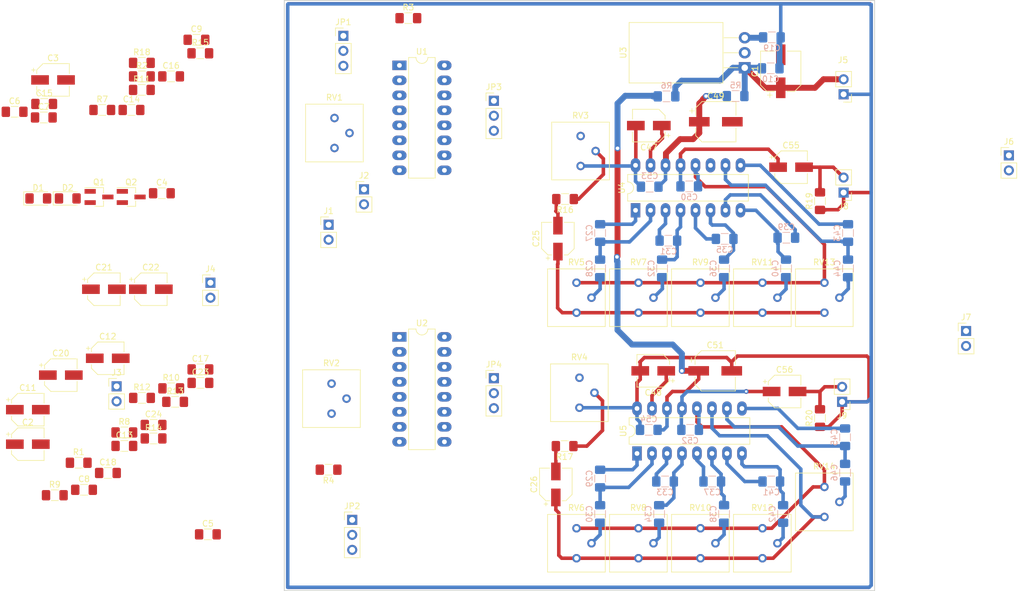
<source format=kicad_pcb>
(kicad_pcb (version 20171130) (host pcbnew 5.0.1-33cea8e~68~ubuntu18.04.1)
  (layers (0 F.Cu signal) (31 B.Cu signal) (34 B.Paste user) (35 F.Paste user) (36 B.SilkS user) (37 F.SilkS user) (38 B.Mask user) (39 F.Mask user) (44 Edge.Cuts user))
  (net 0 "")
  (net 1 "Net-(C1-Pad1)")
  (net 2 GND)
  (net 3 "Net-(C2-Pad1)")
  (net 4 "Net-(C3-Pad1)")
  (net 5 "Net-(C4-Pad1)")
  (net 6 "Net-(C5-Pad1)")
  (net 7 +5v)
  (net 8 "Net-(C8-Pad1)")
  (net 9 "Net-(C9-Pad1)")
  (net 10 "Net-(C11-Pad2)")
  (net 11 "Net-(C11-Pad1)")
  (net 12 "Net-(C12-Pad2)")
  (net 13 "Net-(C12-Pad1)")
  (net 14 "Net-(C13-Pad1)")
  (net 15 "Net-(C13-Pad2)")
  (net 16 "Net-(C14-Pad1)")
  (net 17 "Net-(C14-Pad2)")
  (net 18 "Net-(C15-Pad1)")
  (net 19 "Net-(C15-Pad2)")
  (net 20 "Net-(C16-Pad2)")
  (net 21 "Net-(C16-Pad1)")
  (net 22 "Net-(C17-Pad2)")
  (net 23 "Net-(C18-Pad2)")
  (net 24 "Net-(C20-Pad1)")
  (net 25 "Net-(C20-Pad2)")
  (net 26 "Net-(C21-Pad1)")
  (net 27 "Net-(C21-Pad2)")
  (net 28 "Net-(C25-Pad2)")
  (net 29 "Net-(C25-Pad1)")
  (net 30 "Net-(C26-Pad1)")
  (net 31 "Net-(C26-Pad2)")
  (net 32 "Net-(C27-Pad1)")
  (net 33 "Net-(C27-Pad2)")
  (net 34 "Net-(C28-Pad2)")
  (net 35 "Net-(C29-Pad2)")
  (net 36 "Net-(C29-Pad1)")
  (net 37 "Net-(C30-Pad2)")
  (net 38 "Net-(C31-Pad2)")
  (net 39 "Net-(C31-Pad1)")
  (net 40 "Net-(C32-Pad2)")
  (net 41 "Net-(C33-Pad1)")
  (net 42 "Net-(C33-Pad2)")
  (net 43 "Net-(C34-Pad2)")
  (net 44 "Net-(C35-Pad2)")
  (net 45 "Net-(C35-Pad1)")
  (net 46 "Net-(C36-Pad2)")
  (net 47 "Net-(C37-Pad1)")
  (net 48 "Net-(C37-Pad2)")
  (net 49 "Net-(C38-Pad2)")
  (net 50 "Net-(C39-Pad1)")
  (net 51 "Net-(C39-Pad2)")
  (net 52 "Net-(C40-Pad2)")
  (net 53 "Net-(C41-Pad2)")
  (net 54 "Net-(C41-Pad1)")
  (net 55 "Net-(C42-Pad2)")
  (net 56 "Net-(C43-Pad1)")
  (net 57 "Net-(C43-Pad2)")
  (net 58 "Net-(C44-Pad2)")
  (net 59 "Net-(C45-Pad1)")
  (net 60 "Net-(C45-Pad2)")
  (net 61 "Net-(C46-Pad2)")
  (net 62 "Net-(C47-Pad1)")
  (net 63 "Net-(C48-Pad1)")
  (net 64 +12v_a)
  (net 65 "Net-(C50-Pad2)")
  (net 66 "Net-(C50-Pad1)")
  (net 67 +12v_b)
  (net 68 "Net-(C52-Pad1)")
  (net 69 "Net-(C52-Pad2)")
  (net 70 "Net-(C55-Pad2)")
  (net 71 "Net-(C56-Pad2)")
  (net 72 "Net-(D1-Pad1)")
  (net 73 "Net-(D2-Pad1)")
  (net 74 "Net-(J1-Pad1)")
  (net 75 "Net-(J2-Pad1)")
  (net 76 "Net-(J4-Pad1)")
  (net 77 "Net-(JP1-Pad3)")
  (net 78 "Net-(JP1-Pad1)")
  (net 79 "Net-(JP2-Pad3)")
  (net 80 "Net-(JP2-Pad1)")
  (net 81 "Net-(JP3-Pad2)")
  (net 82 "Net-(JP4-Pad2)")
  (net 83 "Net-(Q1-Pad3)")
  (net 84 "Net-(Q2-Pad3)")
  (net 85 "Net-(R3-Pad2)")
  (net 86 "Net-(R3-Pad1)")
  (net 87 "Net-(R4-Pad1)")
  (net 88 "Net-(R4-Pad2)")
  (net 89 "Net-(R16-Pad1)")
  (net 90 "Net-(R17-Pad1)")
  (net 91 "Net-(U1-Pad14)")
  (net 92 "Net-(U1-Pad13)")
  (net 93 "Net-(U1-Pad5)")
  (net 94 "Net-(U2-Pad14)")
  (net 95 "Net-(U2-Pad13)")
  (net 96 "Net-(U2-Pad5)")
  (net 97 "Net-(J3-Pad1)")
  (module Capacitor_SMD:C_1206_3216Metric_Pad1.42x1.75mm_HandSolder (layer B.Cu) (at 148.5 89.4 270)
    (fp_text reference C27 (at 0 1.82 270) (layer B.SilkS) (effects (justify mirror)))
    (fp_text value .015)
    (pad 1 smd roundrect (at -1.4875 0 270) (size 1.425 1.75) (layers B.Cu B.Paste B.Mask) (roundrect_rratio 0.175439) (net 32 "Net-(C27-Pad1)"))
    (pad 2 smd roundrect (at 1.4875 0 270) (size 1.425 1.75) (layers B.Cu B.Paste B.Mask) (roundrect_rratio 0.175439) (net 33 "Net-(C27-Pad2)"))
  )
  (module Capacitor_SMD:C_1206_3216Metric_Pad1.42x1.75mm_HandSolder (layer B.Cu) (at 159.5 131.5)
    (fp_text reference C33 (at 0 1.82) (layer B.SilkS) (effects (justify mirror)))
    (fp_text value .0039)
    (pad 1 smd roundrect (at -1.4875 0) (size 1.425 1.75) (layers B.Cu B.Paste B.Mask) (roundrect_rratio 0.175439) (net 41 "Net-(C33-Pad1)"))
    (pad 2 smd roundrect (at 1.4875 0) (size 1.425 1.75) (layers B.Cu B.Paste B.Mask) (roundrect_rratio 0.175439) (net 42 "Net-(C33-Pad2)"))
  )
  (module Capacitor_SMD:CP_Elec_6.3x5.2 (layer F.Cu) (at 179.1 62 90)
    (fp_text reference C1 (at 0 -4.35 90) (layer F.SilkS))
    (fp_text value 47u)
    (pad 1 smd rect (at -2.8 0 90) (size 3.5 1.6) (layers F.Cu F.Paste F.Mask) (net 1 "Net-(C1-Pad1)"))
    (pad 2 smd rect (at 2.8 0 90) (size 3.5 1.6) (layers F.Cu F.Paste F.Mask) (net 2 GND))
  )
  (module Capacitor_SMD:CP_Elec_5x5.3 (layer F.Cu) (at 51.545001 125.175001)
    (fp_text reference C2 (at 0 -3.7) (layer F.SilkS))
    (fp_text value 3u3)
    (pad 2 smd rect (at 2.2 0) (size 3 1.6) (layers F.Cu F.Paste F.Mask) (net 2 GND))
    (pad 1 smd rect (at -2.2 0) (size 3 1.6) (layers F.Cu F.Paste F.Mask) (net 3 "Net-(C2-Pad1)"))
  )
  (module Capacitor_SMD:CP_Elec_5x5.3 (layer F.Cu) (at 55.815001 63.465001)
    (fp_text reference C3 (at 0 -3.7) (layer F.SilkS))
    (fp_text value 3u3)
    (pad 1 smd rect (at -2.2 0) (size 3 1.6) (layers F.Cu F.Paste F.Mask) (net 4 "Net-(C3-Pad1)"))
    (pad 2 smd rect (at 2.2 0) (size 3 1.6) (layers F.Cu F.Paste F.Mask) (net 2 GND))
  )
  (module Capacitor_SMD:C_1206_3216Metric_Pad1.42x1.75mm_HandSolder (layer F.Cu) (at 74.255001 82.665001)
    (fp_text reference C4 (at 0 -1.82) (layer F.SilkS))
    (fp_text value 0.1)
    (pad 1 smd roundrect (at -1.4875 0) (size 1.425 1.75) (layers F.Cu F.Paste F.Mask) (roundrect_rratio 0.175439) (net 5 "Net-(C4-Pad1)"))
    (pad 2 smd roundrect (at 1.4875 0) (size 1.425 1.75) (layers F.Cu F.Paste F.Mask) (roundrect_rratio 0.175439) (net 2 GND))
  )
  (module Capacitor_SMD:C_1206_3216Metric_Pad1.42x1.75mm_HandSolder (layer F.Cu) (at 82.05 140.45)
    (fp_text reference C5 (at 0 -1.82) (layer F.SilkS))
    (fp_text value 0.1)
    (pad 2 smd roundrect (at 1.4875 0) (size 1.425 1.75) (layers F.Cu F.Paste F.Mask) (roundrect_rratio 0.175439) (net 2 GND))
    (pad 1 smd roundrect (at -1.4875 0) (size 1.425 1.75) (layers F.Cu F.Paste F.Mask) (roundrect_rratio 0.175439) (net 6 "Net-(C5-Pad1)"))
  )
  (module Capacitor_SMD:C_1206_3216Metric_Pad1.42x1.75mm_HandSolder (layer F.Cu) (at 49.305001 68.865001)
    (fp_text reference C6 (at 0 -1.82) (layer F.SilkS))
    (fp_text value 0.1)
    (pad 1 smd roundrect (at -1.4875 0) (size 1.425 1.75) (layers F.Cu F.Paste F.Mask) (roundrect_rratio 0.175439) (net 7 +5v))
    (pad 2 smd roundrect (at 1.4875 0) (size 1.425 1.75) (layers F.Cu F.Paste F.Mask) (roundrect_rratio 0.175439) (net 2 GND))
  )
  (module Capacitor_SMD:C_1206_3216Metric_Pad1.42x1.75mm_HandSolder (layer F.Cu) (at 54.255001 69.825001)
    (fp_text reference C7 (at 0 -1.82) (layer F.SilkS))
    (fp_text value 0.1)
    (pad 1 smd roundrect (at -1.4875 0) (size 1.425 1.75) (layers F.Cu F.Paste F.Mask) (roundrect_rratio 0.175439) (net 7 +5v))
    (pad 2 smd roundrect (at 1.4875 0) (size 1.425 1.75) (layers F.Cu F.Paste F.Mask) (roundrect_rratio 0.175439) (net 2 GND))
  )
  (module Capacitor_SMD:C_1206_3216Metric_Pad1.42x1.75mm_HandSolder (layer F.Cu) (at 61.065001 132.905001)
    (fp_text reference C8 (at 0 -1.82) (layer F.SilkS))
    (fp_text value 0.1)
    (pad 1 smd roundrect (at -1.4875 0) (size 1.425 1.75) (layers F.Cu F.Paste F.Mask) (roundrect_rratio 0.175439) (net 8 "Net-(C8-Pad1)"))
    (pad 2 smd roundrect (at 1.4875 0) (size 1.425 1.75) (layers F.Cu F.Paste F.Mask) (roundrect_rratio 0.175439) (net 2 GND))
  )
  (module Capacitor_SMD:C_1206_3216Metric_Pad1.42x1.75mm_HandSolder (layer F.Cu) (at 80.115001 56.665001)
    (fp_text reference C9 (at 0 -1.82) (layer F.SilkS))
    (fp_text value 0.1)
    (pad 1 smd roundrect (at -1.4875 0) (size 1.425 1.75) (layers F.Cu F.Paste F.Mask) (roundrect_rratio 0.175439) (net 9 "Net-(C9-Pad1)"))
    (pad 2 smd roundrect (at 1.4875 0) (size 1.425 1.75) (layers F.Cu F.Paste F.Mask) (roundrect_rratio 0.175439) (net 2 GND))
  )
  (module Capacitor_SMD:C_1206_3216Metric_Pad1.42x1.75mm_HandSolder (layer B.Cu) (at 177.4 61.5)
    (fp_text reference C10 (at 0 1.82) (layer B.SilkS) (effects (justify mirror)))
    (fp_text value 0.1)
    (pad 1 smd roundrect (at -1.4875 0) (size 1.425 1.75) (layers B.Cu B.Paste B.Mask) (roundrect_rratio 0.175439) (net 1 "Net-(C1-Pad1)"))
    (pad 2 smd roundrect (at 1.4875 0) (size 1.425 1.75) (layers B.Cu B.Paste B.Mask) (roundrect_rratio 0.175439) (net 2 GND))
  )
  (module Capacitor_SMD:CP_Elec_5x5.3 (layer F.Cu) (at 51.545001 119.325001)
    (fp_text reference C11 (at 0 -3.7) (layer F.SilkS))
    (fp_text value 10u)
    (pad 2 smd rect (at 2.2 0) (size 3 1.6) (layers F.Cu F.Paste F.Mask) (net 10 "Net-(C11-Pad2)"))
    (pad 1 smd rect (at -2.2 0) (size 3 1.6) (layers F.Cu F.Paste F.Mask) (net 11 "Net-(C11-Pad1)"))
  )
  (module Capacitor_SMD:CP_Elec_5x5.3 (layer F.Cu) (at 65.085001 110.625001)
    (fp_text reference C12 (at 0 -3.7) (layer F.SilkS))
    (fp_text value 10u)
    (pad 2 smd rect (at 2.2 0) (size 3 1.6) (layers F.Cu F.Paste F.Mask) (net 12 "Net-(C12-Pad2)"))
    (pad 1 smd rect (at -2.2 0) (size 3 1.6) (layers F.Cu F.Paste F.Mask) (net 13 "Net-(C12-Pad1)"))
  )
  (module Capacitor_SMD:C_1206_3216Metric_Pad1.42x1.75mm_HandSolder (layer F.Cu) (at 67.895001 125.475001)
    (fp_text reference C13 (at 0 -1.82) (layer F.SilkS))
    (fp_text value .01)
    (pad 1 smd roundrect (at -1.4875 0) (size 1.425 1.75) (layers F.Cu F.Paste F.Mask) (roundrect_rratio 0.175439) (net 14 "Net-(C13-Pad1)"))
    (pad 2 smd roundrect (at 1.4875 0) (size 1.425 1.75) (layers F.Cu F.Paste F.Mask) (roundrect_rratio 0.175439) (net 15 "Net-(C13-Pad2)"))
  )
  (module Capacitor_SMD:C_1206_3216Metric_Pad1.42x1.75mm_HandSolder (layer F.Cu) (at 69.105001 68.555001)
    (fp_text reference C14 (at 0 -1.82) (layer F.SilkS))
    (fp_text value .01)
    (pad 1 smd roundrect (at -1.4875 0) (size 1.425 1.75) (layers F.Cu F.Paste F.Mask) (roundrect_rratio 0.175439) (net 16 "Net-(C14-Pad1)"))
    (pad 2 smd roundrect (at 1.4875 0) (size 1.425 1.75) (layers F.Cu F.Paste F.Mask) (roundrect_rratio 0.175439) (net 17 "Net-(C14-Pad2)"))
  )
  (module Capacitor_SMD:C_1206_3216Metric_Pad1.42x1.75mm_HandSolder (layer F.Cu) (at 54.315001 67.535001)
    (fp_text reference C15 (at 0 -1.82) (layer F.SilkS))
    (fp_text value .01)
    (pad 1 smd roundrect (at -1.4875 0) (size 1.425 1.75) (layers F.Cu F.Paste F.Mask) (roundrect_rratio 0.175439) (net 18 "Net-(C15-Pad1)"))
    (pad 2 smd roundrect (at 1.4875 0) (size 1.425 1.75) (layers F.Cu F.Paste F.Mask) (roundrect_rratio 0.175439) (net 19 "Net-(C15-Pad2)"))
  )
  (module Capacitor_SMD:C_1206_3216Metric_Pad1.42x1.75mm_HandSolder (layer F.Cu) (at 75.815001 62.865001)
    (fp_text reference C16 (at 0 -1.82) (layer F.SilkS))
    (fp_text value .01)
    (pad 2 smd roundrect (at 1.4875 0) (size 1.425 1.75) (layers F.Cu F.Paste F.Mask) (roundrect_rratio 0.175439) (net 20 "Net-(C16-Pad2)"))
    (pad 1 smd roundrect (at -1.4875 0) (size 1.425 1.75) (layers F.Cu F.Paste F.Mask) (roundrect_rratio 0.175439) (net 21 "Net-(C16-Pad1)"))
  )
  (module Capacitor_SMD:C_1206_3216Metric_Pad1.42x1.75mm_HandSolder (layer F.Cu) (at 80.785001 112.505001)
    (fp_text reference C17 (at 0 -1.82) (layer F.SilkS))
    (fp_text value .001)
    (pad 2 smd roundrect (at 1.4875 0) (size 1.425 1.75) (layers F.Cu F.Paste F.Mask) (roundrect_rratio 0.175439) (net 22 "Net-(C17-Pad2)"))
    (pad 1 smd roundrect (at -1.4875 0) (size 1.425 1.75) (layers F.Cu F.Paste F.Mask) (roundrect_rratio 0.175439) (net 11 "Net-(C11-Pad1)"))
  )
  (module Capacitor_SMD:C_1206_3216Metric_Pad1.42x1.75mm_HandSolder (layer F.Cu) (at 65.115001 130.055001)
    (fp_text reference C18 (at 0 -1.82) (layer F.SilkS))
    (fp_text value .001)
    (pad 2 smd roundrect (at 1.4875 0) (size 1.425 1.75) (layers F.Cu F.Paste F.Mask) (roundrect_rratio 0.175439) (net 23 "Net-(C18-Pad2)"))
    (pad 1 smd roundrect (at -1.4875 0) (size 1.425 1.75) (layers F.Cu F.Paste F.Mask) (roundrect_rratio 0.175439) (net 13 "Net-(C12-Pad1)"))
  )
  (module Capacitor_SMD:C_1206_3216Metric_Pad1.42x1.75mm_HandSolder (layer B.Cu) (at 177.6 56.25)
    (fp_text reference C19 (at 0 1.82) (layer B.SilkS) (effects (justify mirror)))
    (fp_text value 0.1)
    (pad 2 smd roundrect (at 1.4875 0) (size 1.425 1.75) (layers B.Cu B.Paste B.Mask) (roundrect_rratio 0.175439) (net 2 GND))
    (pad 1 smd roundrect (at -1.4875 0) (size 1.425 1.75) (layers B.Cu B.Paste B.Mask) (roundrect_rratio 0.175439) (net 7 +5v))
  )
  (module Capacitor_SMD:CP_Elec_5x5.3 (layer F.Cu) (at 57.135001 113.475001)
    (fp_text reference C20 (at 0 -3.7) (layer F.SilkS))
    (fp_text value 10u)
    (pad 1 smd rect (at -2.2 0) (size 3 1.6) (layers F.Cu F.Paste F.Mask) (net 24 "Net-(C20-Pad1)"))
    (pad 2 smd rect (at 2.2 0) (size 3 1.6) (layers F.Cu F.Paste F.Mask) (net 25 "Net-(C20-Pad2)"))
  )
  (module Capacitor_SMD:CP_Elec_5x5.3 (layer F.Cu) (at 64.435001 98.925001)
    (fp_text reference C21 (at 0 -3.7) (layer F.SilkS))
    (fp_text value 10u)
    (pad 1 smd rect (at -2.2 0) (size 3 1.6) (layers F.Cu F.Paste F.Mask) (net 26 "Net-(C21-Pad1)"))
    (pad 2 smd rect (at 2.2 0) (size 3 1.6) (layers F.Cu F.Paste F.Mask) (net 27 "Net-(C21-Pad2)"))
  )
  (module Capacitor_SMD:CP_Elec_5x5.3 (layer F.Cu) (at 72.385001 98.925001)
    (fp_text reference C22 (at 0 -3.7) (layer F.SilkS))
    (fp_text value 3u3)
    (pad 1 smd rect (at -2.2 0) (size 3 1.6) (layers F.Cu F.Paste F.Mask) (net 7 +5v))
    (pad 2 smd rect (at 2.2 0) (size 3 1.6) (layers F.Cu F.Paste F.Mask) (net 2 GND))
  )
  (module Capacitor_SMD:C_1206_3216Metric_Pad1.42x1.75mm_HandSolder (layer F.Cu) (at 80.785001 114.795001)
    (fp_text reference C23 (at 0 -1.82) (layer F.SilkS))
    (fp_text value .01)
    (pad 1 smd roundrect (at -1.4875 0) (size 1.425 1.75) (layers F.Cu F.Paste F.Mask) (roundrect_rratio 0.175439) (net 25 "Net-(C20-Pad2)"))
    (pad 2 smd roundrect (at 1.4875 0) (size 1.425 1.75) (layers F.Cu F.Paste F.Mask) (roundrect_rratio 0.175439) (net 2 GND))
  )
  (module Capacitor_SMD:C_1206_3216Metric_Pad1.42x1.75mm_HandSolder (layer F.Cu) (at 72.845001 121.915001)
    (fp_text reference C24 (at 0 -1.82) (layer F.SilkS))
    (fp_text value .01)
    (pad 1 smd roundrect (at -1.4875 0) (size 1.425 1.75) (layers F.Cu F.Paste F.Mask) (roundrect_rratio 0.175439) (net 27 "Net-(C21-Pad2)"))
    (pad 2 smd roundrect (at 1.4875 0) (size 1.425 1.75) (layers F.Cu F.Paste F.Mask) (roundrect_rratio 0.175439) (net 2 GND))
  )
  (module Capacitor_SMD:CP_Elec_5x5.3 (layer F.Cu) (at 141.35 90.35 90)
    (fp_text reference C25 (at 0 -3.7 90) (layer F.SilkS))
    (fp_text value 3u3)
    (pad 2 smd rect (at 2.2 0 90) (size 3 1.6) (layers F.Cu F.Paste F.Mask) (net 28 "Net-(C25-Pad2)"))
    (pad 1 smd rect (at -2.2 0 90) (size 3 1.6) (layers F.Cu F.Paste F.Mask) (net 29 "Net-(C25-Pad1)"))
  )
  (module Capacitor_SMD:CP_Elec_5x5.3 (layer F.Cu) (at 141 132 90)
    (fp_text reference C26 (at 0 -3.7 90) (layer F.SilkS))
    (fp_text value 3u3)
    (pad 1 smd rect (at -2.2 0 90) (size 3 1.6) (layers F.Cu F.Paste F.Mask) (net 30 "Net-(C26-Pad1)"))
    (pad 2 smd rect (at 2.2 0 90) (size 3 1.6) (layers F.Cu F.Paste F.Mask) (net 31 "Net-(C26-Pad2)"))
  )
  (module Capacitor_SMD:C_1206_3216Metric_Pad1.42x1.75mm_HandSolder (layer B.Cu) (at 148.5 95.4 270)
    (fp_text reference C28 (at 0 1.82 270) (layer B.SilkS) (effects (justify mirror)))
    (fp_text value 0.22)
    (pad 2 smd roundrect (at 1.4875 0 270) (size 1.425 1.75) (layers B.Cu B.Paste B.Mask) (roundrect_rratio 0.175439) (net 34 "Net-(C28-Pad2)"))
    (pad 1 smd roundrect (at -1.4875 0 270) (size 1.425 1.75) (layers B.Cu B.Paste B.Mask) (roundrect_rratio 0.175439) (net 33 "Net-(C27-Pad2)"))
  )
  (module Capacitor_SMD:C_1206_3216Metric_Pad1.42x1.75mm_HandSolder (layer B.Cu) (at 148.5 131 270)
    (fp_text reference C29 (at 0 1.82 270) (layer B.SilkS) (effects (justify mirror)))
    (fp_text value .015)
    (pad 2 smd roundrect (at 1.4875 0 270) (size 1.425 1.75) (layers B.Cu B.Paste B.Mask) (roundrect_rratio 0.175439) (net 35 "Net-(C29-Pad2)"))
    (pad 1 smd roundrect (at -1.4875 0 270) (size 1.425 1.75) (layers B.Cu B.Paste B.Mask) (roundrect_rratio 0.175439) (net 36 "Net-(C29-Pad1)"))
  )
  (module Capacitor_SMD:C_1206_3216Metric_Pad1.42x1.75mm_HandSolder (layer B.Cu) (at 148.5 137 270)
    (fp_text reference C30 (at 0 1.82 270) (layer B.SilkS) (effects (justify mirror)))
    (fp_text value 0.22)
    (pad 2 smd roundrect (at 1.4875 0 270) (size 1.425 1.75) (layers B.Cu B.Paste B.Mask) (roundrect_rratio 0.175439) (net 37 "Net-(C30-Pad2)"))
    (pad 1 smd roundrect (at -1.4875 0 270) (size 1.425 1.75) (layers B.Cu B.Paste B.Mask) (roundrect_rratio 0.175439) (net 35 "Net-(C29-Pad2)"))
  )
  (module Capacitor_SMD:C_1206_3216Metric_Pad1.42x1.75mm_HandSolder (layer B.Cu) (at 160.0625 90.7)
    (fp_text reference C31 (at 0 1.82) (layer B.SilkS) (effects (justify mirror)))
    (fp_text value .0039)
    (pad 2 smd roundrect (at 1.4875 0) (size 1.425 1.75) (layers B.Cu B.Paste B.Mask) (roundrect_rratio 0.175439) (net 38 "Net-(C31-Pad2)"))
    (pad 1 smd roundrect (at -1.4875 0) (size 1.425 1.75) (layers B.Cu B.Paste B.Mask) (roundrect_rratio 0.175439) (net 39 "Net-(C31-Pad1)"))
  )
  (module Capacitor_SMD:C_1206_3216Metric_Pad1.42x1.75mm_HandSolder (layer B.Cu) (at 159 95.4 270)
    (fp_text reference C32 (at 0 1.82 270) (layer B.SilkS) (effects (justify mirror)))
    (fp_text value .068)
    (pad 1 smd roundrect (at -1.4875 0 270) (size 1.425 1.75) (layers B.Cu B.Paste B.Mask) (roundrect_rratio 0.175439) (net 38 "Net-(C31-Pad2)"))
    (pad 2 smd roundrect (at 1.4875 0 270) (size 1.425 1.75) (layers B.Cu B.Paste B.Mask) (roundrect_rratio 0.175439) (net 40 "Net-(C32-Pad2)"))
  )
  (module Capacitor_SMD:C_1206_3216Metric_Pad1.42x1.75mm_HandSolder (layer B.Cu) (at 158.5 137 270)
    (fp_text reference C34 (at 0 1.82 270) (layer B.SilkS) (effects (justify mirror)))
    (fp_text value .068)
    (pad 2 smd roundrect (at 1.4875 0 270) (size 1.425 1.75) (layers B.Cu B.Paste B.Mask) (roundrect_rratio 0.175439) (net 43 "Net-(C34-Pad2)"))
    (pad 1 smd roundrect (at -1.4875 0 270) (size 1.425 1.75) (layers B.Cu B.Paste B.Mask) (roundrect_rratio 0.175439) (net 42 "Net-(C33-Pad2)"))
  )
  (module Capacitor_SMD:C_1206_3216Metric_Pad1.42x1.75mm_HandSolder (layer B.Cu) (at 169.6 90.4)
    (fp_text reference C35 (at 0 1.82) (layer B.SilkS) (effects (justify mirror)))
    (fp_text value .0022)
    (pad 2 smd roundrect (at 1.4875 0) (size 1.425 1.75) (layers B.Cu B.Paste B.Mask) (roundrect_rratio 0.175439) (net 44 "Net-(C35-Pad2)"))
    (pad 1 smd roundrect (at -1.4875 0) (size 1.425 1.75) (layers B.Cu B.Paste B.Mask) (roundrect_rratio 0.175439) (net 45 "Net-(C35-Pad1)"))
  )
  (module Capacitor_SMD:C_1206_3216Metric_Pad1.42x1.75mm_HandSolder (layer B.Cu) (at 169.5 95.4 270)
    (fp_text reference C36 (at 0 1.82 270) (layer B.SilkS) (effects (justify mirror)))
    (fp_text value .047)
    (pad 2 smd roundrect (at 1.4875 0 270) (size 1.425 1.75) (layers B.Cu B.Paste B.Mask) (roundrect_rratio 0.175439) (net 46 "Net-(C36-Pad2)"))
    (pad 1 smd roundrect (at -1.4875 0 270) (size 1.425 1.75) (layers B.Cu B.Paste B.Mask) (roundrect_rratio 0.175439) (net 44 "Net-(C35-Pad2)"))
  )
  (module Capacitor_SMD:C_1206_3216Metric_Pad1.42x1.75mm_HandSolder (layer B.Cu) (at 167.5 131.5)
    (fp_text reference C37 (at 0 1.82) (layer B.SilkS) (effects (justify mirror)))
    (fp_text value .0022)
    (pad 1 smd roundrect (at -1.4875 0) (size 1.425 1.75) (layers B.Cu B.Paste B.Mask) (roundrect_rratio 0.175439) (net 47 "Net-(C37-Pad1)"))
    (pad 2 smd roundrect (at 1.4875 0) (size 1.425 1.75) (layers B.Cu B.Paste B.Mask) (roundrect_rratio 0.175439) (net 48 "Net-(C37-Pad2)"))
  )
  (module Capacitor_SMD:C_1206_3216Metric_Pad1.42x1.75mm_HandSolder (layer B.Cu) (at 169.5 137 270)
    (fp_text reference C38 (at 0 1.82 270) (layer B.SilkS) (effects (justify mirror)))
    (fp_text value .047)
    (pad 2 smd roundrect (at 1.4875 0 270) (size 1.425 1.75) (layers B.Cu B.Paste B.Mask) (roundrect_rratio 0.175439) (net 49 "Net-(C38-Pad2)"))
    (pad 1 smd roundrect (at -1.4875 0 270) (size 1.425 1.75) (layers B.Cu B.Paste B.Mask) (roundrect_rratio 0.175439) (net 48 "Net-(C37-Pad2)"))
  )
  (module Capacitor_SMD:C_1206_3216Metric_Pad1.42x1.75mm_HandSolder (layer B.Cu) (at 180.05 90.2 180)
    (fp_text reference C39 (at 0 1.82 180) (layer B.SilkS) (effects (justify mirror)))
    (fp_text value .0015)
    (pad 1 smd roundrect (at -1.4875 0 180) (size 1.425 1.75) (layers B.Cu B.Paste B.Mask) (roundrect_rratio 0.175439) (net 50 "Net-(C39-Pad1)"))
    (pad 2 smd roundrect (at 1.4875 0 180) (size 1.425 1.75) (layers B.Cu B.Paste B.Mask) (roundrect_rratio 0.175439) (net 51 "Net-(C39-Pad2)"))
  )
  (module Capacitor_SMD:C_1206_3216Metric_Pad1.42x1.75mm_HandSolder (layer B.Cu) (at 180 95.4 270)
    (fp_text reference C40 (at 0 1.82 270) (layer B.SilkS) (effects (justify mirror)))
    (fp_text value .033)
    (pad 2 smd roundrect (at 1.4875 0 270) (size 1.425 1.75) (layers B.Cu B.Paste B.Mask) (roundrect_rratio 0.175439) (net 52 "Net-(C40-Pad2)"))
    (pad 1 smd roundrect (at -1.4875 0 270) (size 1.425 1.75) (layers B.Cu B.Paste B.Mask) (roundrect_rratio 0.175439) (net 51 "Net-(C39-Pad2)"))
  )
  (module Capacitor_SMD:C_1206_3216Metric_Pad1.42x1.75mm_HandSolder (layer B.Cu) (at 177.5 131.5)
    (fp_text reference C41 (at 0 1.82) (layer B.SilkS) (effects (justify mirror)))
    (fp_text value .0015)
    (pad 2 smd roundrect (at 1.4875 0) (size 1.425 1.75) (layers B.Cu B.Paste B.Mask) (roundrect_rratio 0.175439) (net 53 "Net-(C41-Pad2)"))
    (pad 1 smd roundrect (at -1.4875 0) (size 1.425 1.75) (layers B.Cu B.Paste B.Mask) (roundrect_rratio 0.175439) (net 54 "Net-(C41-Pad1)"))
  )
  (module Capacitor_SMD:C_1206_3216Metric_Pad1.42x1.75mm_HandSolder (layer B.Cu) (at 179.5 137 270)
    (fp_text reference C42 (at 0 1.82 270) (layer B.SilkS) (effects (justify mirror)))
    (fp_text value .033)
    (pad 1 smd roundrect (at -1.4875 0 270) (size 1.425 1.75) (layers B.Cu B.Paste B.Mask) (roundrect_rratio 0.175439) (net 53 "Net-(C41-Pad2)"))
    (pad 2 smd roundrect (at 1.4875 0 270) (size 1.425 1.75) (layers B.Cu B.Paste B.Mask) (roundrect_rratio 0.175439) (net 55 "Net-(C42-Pad2)"))
  )
  (module Capacitor_SMD:C_1206_3216Metric_Pad1.42x1.75mm_HandSolder (layer B.Cu) (at 190.5 89.4 270)
    (fp_text reference C43 (at 0 1.82 270) (layer B.SilkS) (effects (justify mirror)))
    (fp_text value .0015)
    (pad 1 smd roundrect (at -1.4875 0 270) (size 1.425 1.75) (layers B.Cu B.Paste B.Mask) (roundrect_rratio 0.175439) (net 56 "Net-(C43-Pad1)"))
    (pad 2 smd roundrect (at 1.4875 0 270) (size 1.425 1.75) (layers B.Cu B.Paste B.Mask) (roundrect_rratio 0.175439) (net 57 "Net-(C43-Pad2)"))
  )
  (module Capacitor_SMD:C_1206_3216Metric_Pad1.42x1.75mm_HandSolder (layer B.Cu) (at 190.5 95.4 270)
    (fp_text reference C44 (at 0 1.82 270) (layer B.SilkS) (effects (justify mirror)))
    (fp_text value .022)
    (pad 2 smd roundrect (at 1.4875 0 270) (size 1.425 1.75) (layers B.Cu B.Paste B.Mask) (roundrect_rratio 0.175439) (net 58 "Net-(C44-Pad2)"))
    (pad 1 smd roundrect (at -1.4875 0 270) (size 1.425 1.75) (layers B.Cu B.Paste B.Mask) (roundrect_rratio 0.175439) (net 57 "Net-(C43-Pad2)"))
  )
  (module Capacitor_SMD:C_1206_3216Metric_Pad1.42x1.75mm_HandSolder (layer B.Cu) (at 190 124 270)
    (fp_text reference C45 (at 0 1.82 270) (layer B.SilkS) (effects (justify mirror)))
    (fp_text value .0015)
    (pad 1 smd roundrect (at -1.4875 0 270) (size 1.425 1.75) (layers B.Cu B.Paste B.Mask) (roundrect_rratio 0.175439) (net 59 "Net-(C45-Pad1)"))
    (pad 2 smd roundrect (at 1.4875 0 270) (size 1.425 1.75) (layers B.Cu B.Paste B.Mask) (roundrect_rratio 0.175439) (net 60 "Net-(C45-Pad2)"))
  )
  (module Capacitor_SMD:C_1206_3216Metric_Pad1.42x1.75mm_HandSolder (layer B.Cu) (at 190 130 270)
    (fp_text reference C46 (at 0 1.82 270) (layer B.SilkS) (effects (justify mirror)))
    (fp_text value .022)
    (pad 2 smd roundrect (at 1.4875 0 270) (size 1.425 1.75) (layers B.Cu B.Paste B.Mask) (roundrect_rratio 0.175439) (net 61 "Net-(C46-Pad2)"))
    (pad 1 smd roundrect (at -1.4875 0 270) (size 1.425 1.75) (layers B.Cu B.Paste B.Mask) (roundrect_rratio 0.175439) (net 60 "Net-(C45-Pad2)"))
  )
  (module Capacitor_SMD:CP_Elec_5x5.3 (layer F.Cu) (at 156.75 71.2 180)
    (fp_text reference C47 (at 0 -3.7 180) (layer F.SilkS))
    (fp_text value "22u 25v")
    (pad 2 smd rect (at 2.2 0 180) (size 3 1.6) (layers F.Cu F.Paste F.Mask) (net 2 GND))
    (pad 1 smd rect (at -2.2 0 180) (size 3 1.6) (layers F.Cu F.Paste F.Mask) (net 62 "Net-(C47-Pad1)"))
  )
  (module Capacitor_SMD:CP_Elec_5x5.3 (layer F.Cu) (at 157.5 112.75 180)
    (fp_text reference C48 (at 0 -3.7 180) (layer F.SilkS))
    (fp_text value "22u 25v")
    (pad 1 smd rect (at -2.2 0 180) (size 3 1.6) (layers F.Cu F.Paste F.Mask) (net 63 "Net-(C48-Pad1)"))
    (pad 2 smd rect (at 2.2 0 180) (size 3 1.6) (layers F.Cu F.Paste F.Mask) (net 2 GND))
  )
  (module Capacitor_SMD:CP_Elec_6.3x5.2 (layer F.Cu) (at 168.1 70.55)
    (fp_text reference C49 (at 0 -4.35) (layer F.SilkS))
    (fp_text value 47u)
    (pad 1 smd rect (at -2.8 0) (size 3.5 1.6) (layers F.Cu F.Paste F.Mask) (net 64 +12v_a))
    (pad 2 smd rect (at 2.8 0) (size 3.5 1.6) (layers F.Cu F.Paste F.Mask) (net 2 GND))
  )
  (module Capacitor_SMD:C_1206_3216Metric_Pad1.42x1.75mm_HandSolder (layer B.Cu) (at 163.6 81.5)
    (fp_text reference C50 (at 0 1.82) (layer B.SilkS) (effects (justify mirror)))
    (fp_text value .001)
    (pad 2 smd roundrect (at 1.4875 0) (size 1.425 1.75) (layers B.Cu B.Paste B.Mask) (roundrect_rratio 0.175439) (net 65 "Net-(C50-Pad2)"))
    (pad 1 smd roundrect (at -1.4875 0) (size 1.425 1.75) (layers B.Cu B.Paste B.Mask) (roundrect_rratio 0.175439) (net 66 "Net-(C50-Pad1)"))
  )
  (module Capacitor_SMD:CP_Elec_6.3x5.2 (layer F.Cu) (at 168 112.75)
    (fp_text reference C51 (at 0 -4.35) (layer F.SilkS))
    (fp_text value 47u)
    (pad 2 smd rect (at 2.8 0) (size 3.5 1.6) (layers F.Cu F.Paste F.Mask) (net 2 GND))
    (pad 1 smd rect (at -2.8 0) (size 3.5 1.6) (layers F.Cu F.Paste F.Mask) (net 67 +12v_b))
  )
  (module Capacitor_SMD:C_1206_3216Metric_Pad1.42x1.75mm_HandSolder (layer B.Cu) (at 163.75 122.75)
    (fp_text reference C52 (at 0 1.82) (layer B.SilkS) (effects (justify mirror)))
    (fp_text value .001)
    (pad 1 smd roundrect (at -1.4875 0) (size 1.425 1.75) (layers B.Cu B.Paste B.Mask) (roundrect_rratio 0.175439) (net 68 "Net-(C52-Pad1)"))
    (pad 2 smd roundrect (at 1.4875 0) (size 1.425 1.75) (layers B.Cu B.Paste B.Mask) (roundrect_rratio 0.175439) (net 69 "Net-(C52-Pad2)"))
  )
  (module Capacitor_SMD:C_1206_3216Metric_Pad1.42x1.75mm_HandSolder (layer B.Cu) (at 156.9 81.55 180)
    (fp_text reference C53 (at 0 1.82 180) (layer B.SilkS) (effects (justify mirror)))
    (fp_text value .001)
    (pad 2 smd roundrect (at 1.4875 0 180) (size 1.425 1.75) (layers B.Cu B.Paste B.Mask) (roundrect_rratio 0.175439) (net 2 GND))
    (pad 1 smd roundrect (at -1.4875 0 180) (size 1.425 1.75) (layers B.Cu B.Paste B.Mask) (roundrect_rratio 0.175439) (net 64 +12v_a))
  )
  (module Capacitor_SMD:C_1206_3216Metric_Pad1.42x1.75mm_HandSolder (layer B.Cu) (at 156.75 122.75 180)
    (fp_text reference C54 (at 0 1.82 180) (layer B.SilkS) (effects (justify mirror)))
    (fp_text value .001)
    (pad 2 smd roundrect (at 1.4875 0 180) (size 1.425 1.75) (layers B.Cu B.Paste B.Mask) (roundrect_rratio 0.175439) (net 2 GND))
    (pad 1 smd roundrect (at -1.4875 0 180) (size 1.425 1.75) (layers B.Cu B.Paste B.Mask) (roundrect_rratio 0.175439) (net 67 +12v_b))
  )
  (module Capacitor_SMD:CP_Elec_5x5.3 (layer F.Cu) (at 180.85 78.25)
    (fp_text reference C55 (at 0 -3.7) (layer F.SilkS))
    (fp_text value 3u3)
    (pad 1 smd rect (at -2.2 0) (size 3 1.6) (layers F.Cu F.Paste F.Mask) (net 66 "Net-(C50-Pad1)"))
    (pad 2 smd rect (at 2.2 0) (size 3 1.6) (layers F.Cu F.Paste F.Mask) (net 70 "Net-(C55-Pad2)"))
  )
  (module Capacitor_SMD:CP_Elec_5x5.3 (layer F.Cu) (at 179.75 116.25)
    (fp_text reference C56 (at 0 -3.7) (layer F.SilkS))
    (fp_text value 3u3)
    (pad 2 smd rect (at 2.2 0) (size 3 1.6) (layers F.Cu F.Paste F.Mask) (net 71 "Net-(C56-Pad2)"))
    (pad 1 smd rect (at -2.2 0) (size 3 1.6) (layers F.Cu F.Paste F.Mask) (net 68 "Net-(C52-Pad1)"))
  )
  (module LED_SMD:LED_1206_3216Metric_Pad1.42x1.75mm_HandSolder (layer F.Cu) (at 53.320001 83.545001)
    (fp_text reference D1 (at 0 -1.82) (layer F.SilkS))
    (fp_text value LED_ALT)
    (pad 1 smd roundrect (at -1.4875 0) (size 1.425 1.75) (layers F.Cu F.Paste F.Mask) (roundrect_rratio 0.175439) (net 72 "Net-(D1-Pad1)"))
    (pad 2 smd roundrect (at 1.4875 0) (size 1.425 1.75) (layers F.Cu F.Paste F.Mask) (roundrect_rratio 0.175439) (net 7 +5v))
  )
  (module LED_SMD:LED_1206_3216Metric_Pad1.42x1.75mm_HandSolder (layer F.Cu) (at 58.310001 83.545001)
    (fp_text reference D2 (at 0 -1.82) (layer F.SilkS))
    (fp_text value LED_ALT)
    (pad 2 smd roundrect (at 1.4875 0) (size 1.425 1.75) (layers F.Cu F.Paste F.Mask) (roundrect_rratio 0.175439) (net 7 +5v))
    (pad 1 smd roundrect (at -1.4875 0) (size 1.425 1.75) (layers F.Cu F.Paste F.Mask) (roundrect_rratio 0.175439) (net 73 "Net-(D2-Pad1)"))
  )
  (module Connector_PinHeader_2.54mm:PinHeader_1x02_P2.54mm_Vertical (layer F.Cu) (at 102.5 88)
    (fp_text reference J1 (at 0 -2.33) (layer F.SilkS))
    (fp_text value "Audio Input")
    (pad 1 thru_hole rect (at 0 0) (size 1.7 1.7) (drill 1) (layers *.Cu *.Mask) (net 74 "Net-(J1-Pad1)"))
    (pad 2 thru_hole oval (at 0 2.54) (size 1.7 1.7) (drill 1) (layers *.Cu *.Mask) (net 2 GND))
  )
  (module Connector_PinHeader_2.54mm:PinHeader_1x02_P2.54mm_Vertical (layer F.Cu) (at 108.5 82)
    (fp_text reference J2 (at 0 -2.33) (layer F.SilkS))
    (fp_text value "Audio Input")
    (pad 2 thru_hole oval (at 0 2.54) (size 1.7 1.7) (drill 1) (layers *.Cu *.Mask) (net 2 GND))
    (pad 1 thru_hole rect (at 0 0) (size 1.7 1.7) (drill 1) (layers *.Cu *.Mask) (net 75 "Net-(J2-Pad1)"))
  )
  (module Connector_PinHeader_2.54mm:PinHeader_1x02_P2.54mm_Vertical (layer F.Cu) (at 66.585001 115.375001)
    (fp_text reference J3 (at 0 -2.33) (layer F.SilkS))
    (fp_text value "UHF out")
    (pad 1 thru_hole rect (at 0 0) (size 1.7 1.7) (drill 1) (layers *.Cu *.Mask) (net 97 "Net-(J3-Pad1)"))
    (pad 2 thru_hole oval (at 0 2.54) (size 1.7 1.7) (drill 1) (layers *.Cu *.Mask) (net 2 GND))
  )
  (module Connector_PinHeader_2.54mm:PinHeader_1x02_P2.54mm_Vertical (layer F.Cu) (at 82.485001 97.825001)
    (fp_text reference J4 (at 0 -2.33) (layer F.SilkS))
    (fp_text value "UHF in")
    (pad 2 thru_hole oval (at 0 2.54) (size 1.7 1.7) (drill 1) (layers *.Cu *.Mask) (net 2 GND))
    (pad 1 thru_hole rect (at 0 0) (size 1.7 1.7) (drill 1) (layers *.Cu *.Mask) (net 76 "Net-(J4-Pad1)"))
  )
  (module Connector_PinHeader_2.54mm:PinHeader_1x02_P2.54mm_Vertical (layer F.Cu) (at 189.75 65.9 180)
    (fp_text reference J5 (at 0.1 5.8 180) (layer F.SilkS))
    (fp_text value "12 Volts Input")
    (pad 1 thru_hole rect (at 0 0 180) (size 1.7 1.7) (drill 1) (layers *.Cu *.Mask) (net 2 GND))
    (pad 2 thru_hole oval (at 0 2.54 180) (size 1.7 1.7) (drill 1) (layers *.Cu *.Mask) (net 1 "Net-(C1-Pad1)"))
  )
  (module Connector_PinHeader_2.54mm:PinHeader_1x02_P2.54mm_Vertical (layer F.Cu) (at 217.75 76.25)
    (fp_text reference J6 (at 0 -2.33) (layer F.SilkS))
    (fp_text value "VHF in")
    (pad 2 thru_hole oval (at 0 2.54) (size 1.7 1.7) (drill 1) (layers *.Cu *.Mask) (net 2 GND))
    (pad 1 thru_hole rect (at 0 0) (size 1.7 1.7) (drill 1) (layers *.Cu *.Mask) (net 97 "Net-(J3-Pad1)"))
  )
  (module Connector_PinHeader_2.54mm:PinHeader_1x02_P2.54mm_Vertical (layer F.Cu) (at 210.5 106)
    (fp_text reference J7 (at 0 -2.33) (layer F.SilkS))
    (fp_text value "VHF out")
    (pad 1 thru_hole rect (at 0 0) (size 1.7 1.7) (drill 1) (layers *.Cu *.Mask) (net 76 "Net-(J4-Pad1)"))
    (pad 2 thru_hole oval (at 0 2.54) (size 1.7 1.7) (drill 1) (layers *.Cu *.Mask) (net 2 GND))
  )
  (module Connector_PinHeader_2.54mm:PinHeader_1x02_P2.54mm_Vertical (layer F.Cu) (at 189.75 82.55 180)
    (fp_text reference J8 (at 0 -2.33 180) (layer F.SilkS))
    (fp_text value "Audio Out")
    (pad 1 thru_hole rect (at 0 0 180) (size 1.7 1.7) (drill 1) (layers *.Cu *.Mask) (net 2 GND))
    (pad 2 thru_hole oval (at 0 2.54 180) (size 1.7 1.7) (drill 1) (layers *.Cu *.Mask) (net 70 "Net-(C55-Pad2)"))
  )
  (module Connector_PinHeader_2.54mm:PinHeader_1x02_P2.54mm_Vertical (layer F.Cu) (at 189.5 118 180)
    (fp_text reference J9 (at 0 -2.33 180) (layer F.SilkS))
    (fp_text value "Audio Out")
    (pad 2 thru_hole oval (at 0 2.54 180) (size 1.7 1.7) (drill 1) (layers *.Cu *.Mask) (net 71 "Net-(C56-Pad2)"))
    (pad 1 thru_hole rect (at 0 0 180) (size 1.7 1.7) (drill 1) (layers *.Cu *.Mask) (net 2 GND))
  )
  (module Connector_PinHeader_2.54mm:PinHeader_1x03_P2.54mm_Vertical (layer F.Cu) (at 105 56)
    (fp_text reference JP1 (at 0 -2.33) (layer F.SilkS))
    (fp_text value "Select In")
    (pad 3 thru_hole oval (at 0 5.08) (size 1.7 1.7) (drill 1) (layers *.Cu *.Mask) (net 77 "Net-(JP1-Pad3)"))
    (pad 2 thru_hole oval (at 0 2.54) (size 1.7 1.7) (drill 1) (layers *.Cu *.Mask) (net 74 "Net-(J1-Pad1)"))
    (pad 1 thru_hole rect (at 0 0) (size 1.7 1.7) (drill 1) (layers *.Cu *.Mask) (net 78 "Net-(JP1-Pad1)"))
  )
  (module Connector_PinHeader_2.54mm:PinHeader_1x03_P2.54mm_Vertical (layer F.Cu) (at 106.5 138)
    (fp_text reference JP2 (at 0 -2.33) (layer F.SilkS))
    (fp_text value "Select In")
    (pad 3 thru_hole oval (at 0 5.08) (size 1.7 1.7) (drill 1) (layers *.Cu *.Mask) (net 79 "Net-(JP2-Pad3)"))
    (pad 2 thru_hole oval (at 0 2.54) (size 1.7 1.7) (drill 1) (layers *.Cu *.Mask) (net 75 "Net-(J2-Pad1)"))
    (pad 1 thru_hole rect (at 0 0) (size 1.7 1.7) (drill 1) (layers *.Cu *.Mask) (net 80 "Net-(JP2-Pad1)"))
  )
  (module Connector_PinHeader_2.54mm:PinHeader_1x03_P2.54mm_Vertical (layer F.Cu) (at 130.5 67)
    (fp_text reference JP3 (at 0 -2.33) (layer F.SilkS))
    (fp_text value "Select Out")
    (pad 1 thru_hole rect (at 0 0) (size 1.7 1.7) (drill 1) (layers *.Cu *.Mask) (net 25 "Net-(C20-Pad2)"))
    (pad 2 thru_hole oval (at 0 2.54) (size 1.7 1.7) (drill 1) (layers *.Cu *.Mask) (net 81 "Net-(JP3-Pad2)"))
    (pad 3 thru_hole oval (at 0 5.08) (size 1.7 1.7) (drill 1) (layers *.Cu *.Mask) (net 77 "Net-(JP1-Pad3)"))
  )
  (module Connector_PinHeader_2.54mm:PinHeader_1x03_P2.54mm_Vertical (layer F.Cu) (at 130.5 114)
    (fp_text reference JP4 (at 0 -2.33) (layer F.SilkS))
    (fp_text value "Select Out")
    (pad 1 thru_hole rect (at 0 0) (size 1.7 1.7) (drill 1) (layers *.Cu *.Mask) (net 27 "Net-(C21-Pad2)"))
    (pad 2 thru_hole oval (at 0 2.54) (size 1.7 1.7) (drill 1) (layers *.Cu *.Mask) (net 82 "Net-(JP4-Pad2)"))
    (pad 3 thru_hole oval (at 0 5.08) (size 1.7 1.7) (drill 1) (layers *.Cu *.Mask) (net 79 "Net-(JP2-Pad3)"))
  )
  (module Package_TO_SOT_SMD:SOT-23_Handsoldering (layer F.Cu) (at 63.605001 83.295001)
    (fp_text reference Q1 (at 0 -2.5) (layer F.SilkS))
    (fp_text value 2N7002)
    (pad 3 smd rect (at 1.5 0) (size 1.9 0.8) (layers F.Cu F.Paste F.Mask) (net 83 "Net-(Q1-Pad3)"))
    (pad 2 smd rect (at -1.5 0.95) (size 1.9 0.8) (layers F.Cu F.Paste F.Mask) (net 2 GND))
    (pad 1 smd rect (at -1.5 -0.95) (size 1.9 0.8) (layers F.Cu F.Paste F.Mask) (net 76 "Net-(J4-Pad1)"))
  )
  (module Package_TO_SOT_SMD:SOT-23_Handsoldering (layer F.Cu) (at 69.055001 83.295001)
    (fp_text reference Q2 (at 0 -2.5) (layer F.SilkS))
    (fp_text value 2N7002)
    (pad 1 smd rect (at -1.5 -0.95) (size 1.9 0.8) (layers F.Cu F.Paste F.Mask) (net 97 "Net-(J3-Pad1)"))
    (pad 2 smd rect (at -1.5 0.95) (size 1.9 0.8) (layers F.Cu F.Paste F.Mask) (net 2 GND))
    (pad 3 smd rect (at 1.5 0) (size 1.9 0.8) (layers F.Cu F.Paste F.Mask) (net 84 "Net-(Q2-Pad3)"))
  )
  (module Resistor_SMD:R_1206_3216Metric_Pad1.42x1.75mm_HandSolder (layer F.Cu) (at 60.165001 128.325001)
    (fp_text reference R1 (at 0 -1.82) (layer F.SilkS))
    (fp_text value 100k)
    (pad 1 smd roundrect (at -1.4875 0) (size 1.425 1.75) (layers F.Cu F.Paste F.Mask) (roundrect_rratio 0.175439) (net 2 GND))
    (pad 2 smd roundrect (at 1.4875 0) (size 1.425 1.75) (layers F.Cu F.Paste F.Mask) (roundrect_rratio 0.175439) (net 78 "Net-(JP1-Pad1)"))
  )
  (module Resistor_SMD:R_1206_3216Metric_Pad1.42x1.75mm_HandSolder (layer F.Cu) (at 70.865001 62.865001)
    (fp_text reference R2 (at 0 -1.82) (layer F.SilkS))
    (fp_text value 100k)
    (pad 1 smd roundrect (at -1.4875 0) (size 1.425 1.75) (layers F.Cu F.Paste F.Mask) (roundrect_rratio 0.175439) (net 2 GND))
    (pad 2 smd roundrect (at 1.4875 0) (size 1.425 1.75) (layers F.Cu F.Paste F.Mask) (roundrect_rratio 0.175439) (net 80 "Net-(JP2-Pad1)"))
  )
  (module Resistor_SMD:R_1206_3216Metric_Pad1.42x1.75mm_HandSolder (layer F.Cu) (at 116.0125 53)
    (fp_text reference R3 (at 0 -1.82) (layer F.SilkS))
    (fp_text value 2k2)
    (pad 2 smd roundrect (at 1.4875 0) (size 1.425 1.75) (layers F.Cu F.Paste F.Mask) (roundrect_rratio 0.175439) (net 85 "Net-(R3-Pad2)"))
    (pad 1 smd roundrect (at -1.4875 0) (size 1.425 1.75) (layers F.Cu F.Paste F.Mask) (roundrect_rratio 0.175439) (net 86 "Net-(R3-Pad1)"))
  )
  (module Resistor_SMD:R_1206_3216Metric_Pad1.42x1.75mm_HandSolder (layer F.Cu) (at 102.5 129.5 180)
    (fp_text reference R4 (at 0 -1.82 180) (layer F.SilkS))
    (fp_text value 2k2)
    (pad 1 smd roundrect (at -1.4875 0 180) (size 1.425 1.75) (layers F.Cu F.Paste F.Mask) (roundrect_rratio 0.175439) (net 87 "Net-(R4-Pad1)"))
    (pad 2 smd roundrect (at 1.4875 0 180) (size 1.425 1.75) (layers F.Cu F.Paste F.Mask) (roundrect_rratio 0.175439) (net 88 "Net-(R4-Pad2)"))
  )
  (module Resistor_SMD:R_1206_3216Metric_Pad1.42x1.75mm_HandSolder (layer B.Cu) (at 171.45 66.2 180)
    (fp_text reference R5 (at 0 1.82 180) (layer B.SilkS) (effects (justify mirror)))
    (fp_text value 180)
    (pad 1 smd roundrect (at -1.4875 0 180) (size 1.425 1.75) (layers B.Cu B.Paste B.Mask) (roundrect_rratio 0.175439) (net 1 "Net-(C1-Pad1)"))
    (pad 2 smd roundrect (at 1.4875 0 180) (size 1.425 1.75) (layers B.Cu B.Paste B.Mask) (roundrect_rratio 0.175439) (net 64 +12v_a))
  )
  (module Resistor_SMD:R_1206_3216Metric_Pad1.42x1.75mm_HandSolder (layer B.Cu) (at 159.75 66.25 180)
    (fp_text reference R6 (at 0 1.82 180) (layer B.SilkS) (effects (justify mirror)))
    (fp_text value 180)
    (pad 2 smd roundrect (at 1.4875 0 180) (size 1.425 1.75) (layers B.Cu B.Paste B.Mask) (roundrect_rratio 0.175439) (net 67 +12v_b))
    (pad 1 smd roundrect (at -1.4875 0 180) (size 1.425 1.75) (layers B.Cu B.Paste B.Mask) (roundrect_rratio 0.175439) (net 1 "Net-(C1-Pad1)"))
  )
  (module Resistor_SMD:R_1206_3216Metric_Pad1.42x1.75mm_HandSolder (layer F.Cu) (at 64.155001 68.555001)
    (fp_text reference R7 (at 0 -1.82) (layer F.SilkS))
    (fp_text value 10k)
    (pad 2 smd roundrect (at 1.4875 0) (size 1.425 1.75) (layers F.Cu F.Paste F.Mask) (roundrect_rratio 0.175439) (net 10 "Net-(C11-Pad2)"))
    (pad 1 smd roundrect (at -1.4875 0) (size 1.425 1.75) (layers F.Cu F.Paste F.Mask) (roundrect_rratio 0.175439) (net 78 "Net-(JP1-Pad1)"))
  )
  (module Resistor_SMD:R_1206_3216Metric_Pad1.42x1.75mm_HandSolder (layer F.Cu) (at 67.895001 123.185001)
    (fp_text reference R8 (at 0 -1.82) (layer F.SilkS))
    (fp_text value 10k)
    (pad 2 smd roundrect (at 1.4875 0) (size 1.425 1.75) (layers F.Cu F.Paste F.Mask) (roundrect_rratio 0.175439) (net 12 "Net-(C12-Pad2)"))
    (pad 1 smd roundrect (at -1.4875 0) (size 1.425 1.75) (layers F.Cu F.Paste F.Mask) (roundrect_rratio 0.175439) (net 80 "Net-(JP2-Pad1)"))
  )
  (module Resistor_SMD:R_1206_3216Metric_Pad1.42x1.75mm_HandSolder (layer F.Cu) (at 56.115001 133.825001)
    (fp_text reference R9 (at 0 -1.82) (layer F.SilkS))
    (fp_text value 100k)
    (pad 2 smd roundrect (at 1.4875 0) (size 1.425 1.75) (layers F.Cu F.Paste F.Mask) (roundrect_rratio 0.175439) (net 97 "Net-(J3-Pad1)"))
    (pad 1 smd roundrect (at -1.4875 0) (size 1.425 1.75) (layers F.Cu F.Paste F.Mask) (roundrect_rratio 0.175439) (net 7 +5v))
  )
  (module Resistor_SMD:R_1206_3216Metric_Pad1.42x1.75mm_HandSolder (layer F.Cu) (at 75.835001 115.715001)
    (fp_text reference R10 (at 0 -1.82) (layer F.SilkS))
    (fp_text value 100k)
    (pad 2 smd roundrect (at 1.4875 0) (size 1.425 1.75) (layers F.Cu F.Paste F.Mask) (roundrect_rratio 0.175439) (net 76 "Net-(J4-Pad1)"))
    (pad 1 smd roundrect (at -1.4875 0) (size 1.425 1.75) (layers F.Cu F.Paste F.Mask) (roundrect_rratio 0.175439) (net 7 +5v))
  )
  (module Resistor_SMD:R_1206_3216Metric_Pad1.42x1.75mm_HandSolder (layer F.Cu) (at 70.865001 65.155001)
    (fp_text reference R11 (at 0 -1.82) (layer F.SilkS))
    (fp_text value 1k)
    (pad 1 smd roundrect (at -1.4875 0) (size 1.425 1.75) (layers F.Cu F.Paste F.Mask) (roundrect_rratio 0.175439) (net 24 "Net-(C20-Pad1)"))
    (pad 2 smd roundrect (at 1.4875 0) (size 1.425 1.75) (layers F.Cu F.Paste F.Mask) (roundrect_rratio 0.175439) (net 14 "Net-(C13-Pad1)"))
  )
  (module Resistor_SMD:R_1206_3216Metric_Pad1.42x1.75mm_HandSolder (layer F.Cu) (at 70.885001 117.335001)
    (fp_text reference R12 (at 0 -1.82) (layer F.SilkS))
    (fp_text value 1k)
    (pad 2 smd roundrect (at 1.4875 0) (size 1.425 1.75) (layers F.Cu F.Paste F.Mask) (roundrect_rratio 0.175439) (net 18 "Net-(C15-Pad1)"))
    (pad 1 smd roundrect (at -1.4875 0) (size 1.425 1.75) (layers F.Cu F.Paste F.Mask) (roundrect_rratio 0.175439) (net 26 "Net-(C21-Pad1)"))
  )
  (module Resistor_SMD:R_1206_3216Metric_Pad1.42x1.75mm_HandSolder (layer F.Cu) (at 76.495001 118.005001)
    (fp_text reference R13 (at 0 -1.82) (layer F.SilkS))
    (fp_text value 10k)
    (pad 1 smd roundrect (at -1.4875 0) (size 1.425 1.75) (layers F.Cu F.Paste F.Mask) (roundrect_rratio 0.175439) (net 11 "Net-(C11-Pad1)"))
    (pad 2 smd roundrect (at 1.4875 0) (size 1.425 1.75) (layers F.Cu F.Paste F.Mask) (roundrect_rratio 0.175439) (net 22 "Net-(C17-Pad2)"))
  )
  (module Resistor_SMD:R_1206_3216Metric_Pad1.42x1.75mm_HandSolder (layer F.Cu) (at 72.845001 124.205001)
    (fp_text reference R14 (at 0 -1.82) (layer F.SilkS))
    (fp_text value 10k)
    (pad 2 smd roundrect (at 1.4875 0) (size 1.425 1.75) (layers F.Cu F.Paste F.Mask) (roundrect_rratio 0.175439) (net 23 "Net-(C18-Pad2)"))
    (pad 1 smd roundrect (at -1.4875 0) (size 1.425 1.75) (layers F.Cu F.Paste F.Mask) (roundrect_rratio 0.175439) (net 13 "Net-(C12-Pad1)"))
  )
  (module Resistor_SMD:R_1206_3216Metric_Pad1.42x1.75mm_HandSolder (layer F.Cu) (at 80.765001 58.955001)
    (fp_text reference R15 (at 0 -1.82) (layer F.SilkS))
    (fp_text value 2k2)
    (pad 1 smd roundrect (at -1.4875 0) (size 1.425 1.75) (layers F.Cu F.Paste F.Mask) (roundrect_rratio 0.175439) (net 72 "Net-(D1-Pad1)"))
    (pad 2 smd roundrect (at 1.4875 0) (size 1.425 1.75) (layers F.Cu F.Paste F.Mask) (roundrect_rratio 0.175439) (net 83 "Net-(Q1-Pad3)"))
  )
  (module Resistor_SMD:R_1206_3216Metric_Pad1.42x1.75mm_HandSolder (layer F.Cu) (at 142.5625 83.65 180)
    (fp_text reference R16 (at 0 -1.82 180) (layer F.SilkS))
    (fp_text value 4k7)
    (pad 2 smd roundrect (at 1.4875 0 180) (size 1.425 1.75) (layers F.Cu F.Paste F.Mask) (roundrect_rratio 0.175439) (net 28 "Net-(C25-Pad2)"))
    (pad 1 smd roundrect (at -1.4875 0 180) (size 1.425 1.75) (layers F.Cu F.Paste F.Mask) (roundrect_rratio 0.175439) (net 89 "Net-(R16-Pad1)"))
  )
  (module Resistor_SMD:R_1206_3216Metric_Pad1.42x1.75mm_HandSolder (layer F.Cu) (at 142.4875 125.5 180)
    (fp_text reference R17 (at 0 -1.82 180) (layer F.SilkS))
    (fp_text value 4k7)
    (pad 1 smd roundrect (at -1.4875 0 180) (size 1.425 1.75) (layers F.Cu F.Paste F.Mask) (roundrect_rratio 0.175439) (net 90 "Net-(R17-Pad1)"))
    (pad 2 smd roundrect (at 1.4875 0 180) (size 1.425 1.75) (layers F.Cu F.Paste F.Mask) (roundrect_rratio 0.175439) (net 31 "Net-(C26-Pad2)"))
  )
  (module Resistor_SMD:R_1206_3216Metric_Pad1.42x1.75mm_HandSolder (layer F.Cu) (at 70.865001 60.575001)
    (fp_text reference R18 (at 0 -1.82) (layer F.SilkS))
    (fp_text value 2k2)
    (pad 2 smd roundrect (at 1.4875 0) (size 1.425 1.75) (layers F.Cu F.Paste F.Mask) (roundrect_rratio 0.175439) (net 84 "Net-(Q2-Pad3)"))
    (pad 1 smd roundrect (at -1.4875 0) (size 1.425 1.75) (layers F.Cu F.Paste F.Mask) (roundrect_rratio 0.175439) (net 73 "Net-(D2-Pad1)"))
  )
  (module Resistor_SMD:R_1206_3216Metric_Pad1.42x1.75mm_HandSolder (layer F.Cu) (at 185.75 84 90)
    (fp_text reference R19 (at 0 -1.82 90) (layer F.SilkS))
    (fp_text value 10k)
    (pad 1 smd roundrect (at -1.4875 0 90) (size 1.425 1.75) (layers F.Cu F.Paste F.Mask) (roundrect_rratio 0.175439) (net 2 GND))
    (pad 2 smd roundrect (at 1.4875 0 90) (size 1.425 1.75) (layers F.Cu F.Paste F.Mask) (roundrect_rratio 0.175439) (net 70 "Net-(C55-Pad2)"))
  )
  (module Resistor_SMD:R_1206_3216Metric_Pad1.42x1.75mm_HandSolder (layer F.Cu) (at 185.75 120.75 90)
    (fp_text reference R20 (at 0 -1.82 90) (layer F.SilkS))
    (fp_text value 10k)
    (pad 1 smd roundrect (at -1.4875 0 90) (size 1.425 1.75) (layers F.Cu F.Paste F.Mask) (roundrect_rratio 0.175439) (net 2 GND))
    (pad 2 smd roundrect (at 1.4875 0 90) (size 1.425 1.75) (layers F.Cu F.Paste F.Mask) (roundrect_rratio 0.175439) (net 71 "Net-(C56-Pad2)"))
  )
  (module Potentiometer_THT:Potentiometer_Bourns_3386P_Vertical (layer F.Cu) (at 103.5 75)
    (fp_text reference RV1 (at -0.015 -8.555) (layer F.SilkS))
    (fp_text value 10k)
    (pad 1 thru_hole circle (at 0 0) (size 1.44 1.44) (drill 0.8) (layers *.Cu *.Mask) (net 2 GND))
    (pad 2 thru_hole circle (at 2.54 -2.54) (size 1.44 1.44) (drill 0.8) (layers *.Cu *.Mask) (net 85 "Net-(R3-Pad2)"))
    (pad 3 thru_hole circle (at 0 -5.08) (size 1.44 1.44) (drill 0.8) (layers *.Cu *.Mask) (net 85 "Net-(R3-Pad2)"))
  )
  (module Potentiometer_THT:Potentiometer_Bourns_3386P_Vertical (layer F.Cu) (at 103 120)
    (fp_text reference RV2 (at -0.015 -8.555) (layer F.SilkS))
    (fp_text value 10k)
    (pad 3 thru_hole circle (at 0 -5.08) (size 1.44 1.44) (drill 0.8) (layers *.Cu *.Mask) (net 88 "Net-(R4-Pad2)"))
    (pad 2 thru_hole circle (at 2.54 -2.54) (size 1.44 1.44) (drill 0.8) (layers *.Cu *.Mask) (net 88 "Net-(R4-Pad2)"))
    (pad 1 thru_hole circle (at 0 0) (size 1.44 1.44) (drill 0.8) (layers *.Cu *.Mask) (net 2 GND))
  )
  (module Potentiometer_THT:Potentiometer_Bourns_3386P_Vertical (layer F.Cu) (at 145.2 78.05)
    (fp_text reference RV3 (at -0.015 -8.555) (layer F.SilkS))
    (fp_text value 10k)
    (pad 1 thru_hole circle (at 0 0) (size 1.44 1.44) (drill 0.8) (layers *.Cu *.Mask) (net 2 GND))
    (pad 2 thru_hole circle (at 2.54 -2.54) (size 1.44 1.44) (drill 0.8) (layers *.Cu *.Mask) (net 89 "Net-(R16-Pad1)"))
    (pad 3 thru_hole circle (at 0 -5.08) (size 1.44 1.44) (drill 0.8) (layers *.Cu *.Mask) (net 81 "Net-(JP3-Pad2)"))
  )
  (module Potentiometer_THT:Potentiometer_Bourns_3386P_Vertical (layer F.Cu) (at 145 119)
    (fp_text reference RV4 (at -0.015 -8.555) (layer F.SilkS))
    (fp_text value 10k)
    (pad 3 thru_hole circle (at 0 -5.08) (size 1.44 1.44) (drill 0.8) (layers *.Cu *.Mask) (net 82 "Net-(JP4-Pad2)"))
    (pad 2 thru_hole circle (at 2.54 -2.54) (size 1.44 1.44) (drill 0.8) (layers *.Cu *.Mask) (net 90 "Net-(R17-Pad1)"))
    (pad 1 thru_hole circle (at 0 0) (size 1.44 1.44) (drill 0.8) (layers *.Cu *.Mask) (net 2 GND))
  )
  (module Potentiometer_THT:Potentiometer_Bourns_3386P_Vertical (layer F.Cu) (at 144.5 102.9)
    (fp_text reference RV5 (at -0.015 -8.555) (layer F.SilkS))
    (fp_text value 100k)
    (pad 1 thru_hole circle (at 0 0) (size 1.44 1.44) (drill 0.8) (layers *.Cu *.Mask) (net 29 "Net-(C25-Pad1)"))
    (pad 2 thru_hole circle (at 2.54 -2.54) (size 1.44 1.44) (drill 0.8) (layers *.Cu *.Mask) (net 34 "Net-(C28-Pad2)"))
    (pad 3 thru_hole circle (at 0 -5.08) (size 1.44 1.44) (drill 0.8) (layers *.Cu *.Mask) (net 65 "Net-(C50-Pad2)"))
  )
  (module Potentiometer_THT:Potentiometer_Bourns_3386P_Vertical (layer F.Cu) (at 144.5 144.5)
    (fp_text reference RV6 (at -0.015 -8.555) (layer F.SilkS))
    (fp_text value 100k)
    (pad 3 thru_hole circle (at 0 -5.08) (size 1.44 1.44) (drill 0.8) (layers *.Cu *.Mask) (net 69 "Net-(C52-Pad2)"))
    (pad 2 thru_hole circle (at 2.54 -2.54) (size 1.44 1.44) (drill 0.8) (layers *.Cu *.Mask) (net 37 "Net-(C30-Pad2)"))
    (pad 1 thru_hole circle (at 0 0) (size 1.44 1.44) (drill 0.8) (layers *.Cu *.Mask) (net 30 "Net-(C26-Pad1)"))
  )
  (module Potentiometer_THT:Potentiometer_Bourns_3386P_Vertical (layer F.Cu) (at 155 102.9)
    (fp_text reference RV7 (at -0.015 -8.555) (layer F.SilkS))
    (fp_text value 100k)
    (pad 3 thru_hole circle (at 0 -5.08) (size 1.44 1.44) (drill 0.8) (layers *.Cu *.Mask) (net 65 "Net-(C50-Pad2)"))
    (pad 2 thru_hole circle (at 2.54 -2.54) (size 1.44 1.44) (drill 0.8) (layers *.Cu *.Mask) (net 40 "Net-(C32-Pad2)"))
    (pad 1 thru_hole circle (at 0 0) (size 1.44 1.44) (drill 0.8) (layers *.Cu *.Mask) (net 29 "Net-(C25-Pad1)"))
  )
  (module Potentiometer_THT:Potentiometer_Bourns_3386P_Vertical (layer F.Cu) (at 155 144.5)
    (fp_text reference RV8 (at -0.015 -8.555) (layer F.SilkS))
    (fp_text value 100k)
    (pad 1 thru_hole circle (at 0 0) (size 1.44 1.44) (drill 0.8) (layers *.Cu *.Mask) (net 30 "Net-(C26-Pad1)"))
    (pad 2 thru_hole circle (at 2.54 -2.54) (size 1.44 1.44) (drill 0.8) (layers *.Cu *.Mask) (net 43 "Net-(C34-Pad2)"))
    (pad 3 thru_hole circle (at 0 -5.08) (size 1.44 1.44) (drill 0.8) (layers *.Cu *.Mask) (net 69 "Net-(C52-Pad2)"))
  )
  (module Potentiometer_THT:Potentiometer_Bourns_3386P_Vertical (layer F.Cu) (at 165.5 102.9)
    (fp_text reference RV9 (at -0.015 -8.555) (layer F.SilkS))
    (fp_text value 100k)
    (pad 3 thru_hole circle (at 0 -5.08) (size 1.44 1.44) (drill 0.8) (layers *.Cu *.Mask) (net 65 "Net-(C50-Pad2)"))
    (pad 2 thru_hole circle (at 2.54 -2.54) (size 1.44 1.44) (drill 0.8) (layers *.Cu *.Mask) (net 46 "Net-(C36-Pad2)"))
    (pad 1 thru_hole circle (at 0 0) (size 1.44 1.44) (drill 0.8) (layers *.Cu *.Mask) (net 29 "Net-(C25-Pad1)"))
  )
  (module Potentiometer_THT:Potentiometer_Bourns_3386P_Vertical (layer F.Cu) (at 165.5 144.5)
    (fp_text reference RV10 (at -0.015 -8.555) (layer F.SilkS))
    (fp_text value 100k)
    (pad 1 thru_hole circle (at 0 0) (size 1.44 1.44) (drill 0.8) (layers *.Cu *.Mask) (net 30 "Net-(C26-Pad1)"))
    (pad 2 thru_hole circle (at 2.54 -2.54) (size 1.44 1.44) (drill 0.8) (layers *.Cu *.Mask) (net 49 "Net-(C38-Pad2)"))
    (pad 3 thru_hole circle (at 0 -5.08) (size 1.44 1.44) (drill 0.8) (layers *.Cu *.Mask) (net 69 "Net-(C52-Pad2)"))
  )
  (module Potentiometer_THT:Potentiometer_Bourns_3386P_Vertical (layer F.Cu) (at 176 102.9)
    (fp_text reference RV11 (at -0.015 -8.555) (layer F.SilkS))
    (fp_text value 100k)
    (pad 1 thru_hole circle (at 0 0) (size 1.44 1.44) (drill 0.8) (layers *.Cu *.Mask) (net 29 "Net-(C25-Pad1)"))
    (pad 2 thru_hole circle (at 2.54 -2.54) (size 1.44 1.44) (drill 0.8) (layers *.Cu *.Mask) (net 52 "Net-(C40-Pad2)"))
    (pad 3 thru_hole circle (at 0 -5.08) (size 1.44 1.44) (drill 0.8) (layers *.Cu *.Mask) (net 65 "Net-(C50-Pad2)"))
  )
  (module Potentiometer_THT:Potentiometer_Bourns_3386P_Vertical (layer F.Cu) (at 176 144.5)
    (fp_text reference RV12 (at -0.015 -8.555) (layer F.SilkS))
    (fp_text value 100k)
    (pad 1 thru_hole circle (at 0 0) (size 1.44 1.44) (drill 0.8) (layers *.Cu *.Mask) (net 30 "Net-(C26-Pad1)"))
    (pad 2 thru_hole circle (at 2.54 -2.54) (size 1.44 1.44) (drill 0.8) (layers *.Cu *.Mask) (net 55 "Net-(C42-Pad2)"))
    (pad 3 thru_hole circle (at 0 -5.08) (size 1.44 1.44) (drill 0.8) (layers *.Cu *.Mask) (net 69 "Net-(C52-Pad2)"))
  )
  (module Potentiometer_THT:Potentiometer_Bourns_3386P_Vertical (layer F.Cu) (at 186.5 102.9)
    (fp_text reference RV13 (at -0.015 -8.555) (layer F.SilkS))
    (fp_text value 100k)
    (pad 3 thru_hole circle (at 0 -5.08) (size 1.44 1.44) (drill 0.8) (layers *.Cu *.Mask) (net 65 "Net-(C50-Pad2)"))
    (pad 2 thru_hole circle (at 2.54 -2.54) (size 1.44 1.44) (drill 0.8) (layers *.Cu *.Mask) (net 58 "Net-(C44-Pad2)"))
    (pad 1 thru_hole circle (at 0 0) (size 1.44 1.44) (drill 0.8) (layers *.Cu *.Mask) (net 29 "Net-(C25-Pad1)"))
  )
  (module Potentiometer_THT:Potentiometer_Bourns_3386P_Vertical (layer F.Cu) (at 186.5 137.5)
    (fp_text reference RV14 (at -0.015 -8.555) (layer F.SilkS))
    (fp_text value 100k)
    (pad 3 thru_hole circle (at 0 -5.08) (size 1.44 1.44) (drill 0.8) (layers *.Cu *.Mask) (net 69 "Net-(C52-Pad2)"))
    (pad 2 thru_hole circle (at 2.54 -2.54) (size 1.44 1.44) (drill 0.8) (layers *.Cu *.Mask) (net 61 "Net-(C46-Pad2)"))
    (pad 1 thru_hole circle (at 0 0) (size 1.44 1.44) (drill 0.8) (layers *.Cu *.Mask) (net 30 "Net-(C26-Pad1)"))
  )
  (module Package_DIP:DIP-16_W7.62mm_LongPads (layer F.Cu) (at 114.5 61)
    (fp_text reference U1 (at 3.81 -2.33) (layer F.SilkS))
    (fp_text value PT2399)
    (pad 16 thru_hole oval (at 7.62 0) (size 2.4 1.6) (drill 0.8) (layers *.Cu *.Mask) (net 11 "Net-(C11-Pad1)"))
    (pad 8 thru_hole oval (at 0 17.78) (size 2.4 1.6) (drill 0.8) (layers *.Cu *.Mask) (net 8 "Net-(C8-Pad1)"))
    (pad 15 thru_hole oval (at 7.62 2.54) (size 2.4 1.6) (drill 0.8) (layers *.Cu *.Mask) (net 22 "Net-(C17-Pad2)"))
    (pad 7 thru_hole oval (at 0 15.24) (size 2.4 1.6) (drill 0.8) (layers *.Cu *.Mask) (net 5 "Net-(C4-Pad1)"))
    (pad 14 thru_hole oval (at 7.62 5.08) (size 2.4 1.6) (drill 0.8) (layers *.Cu *.Mask) (net 91 "Net-(U1-Pad14)"))
    (pad 6 thru_hole oval (at 0 12.7) (size 2.4 1.6) (drill 0.8) (layers *.Cu *.Mask) (net 86 "Net-(R3-Pad1)"))
    (pad 13 thru_hole oval (at 7.62 7.62) (size 2.4 1.6) (drill 0.8) (layers *.Cu *.Mask) (net 92 "Net-(U1-Pad13)"))
    (pad 5 thru_hole oval (at 0 10.16) (size 2.4 1.6) (drill 0.8) (layers *.Cu *.Mask) (net 93 "Net-(U1-Pad5)"))
    (pad 12 thru_hole oval (at 7.62 10.16) (size 2.4 1.6) (drill 0.8) (layers *.Cu *.Mask) (net 14 "Net-(C13-Pad1)"))
    (pad 4 thru_hole oval (at 0 7.62) (size 2.4 1.6) (drill 0.8) (layers *.Cu *.Mask) (net 2 GND))
    (pad 11 thru_hole oval (at 7.62 12.7) (size 2.4 1.6) (drill 0.8) (layers *.Cu *.Mask) (net 15 "Net-(C13-Pad2)"))
    (pad 3 thru_hole oval (at 0 5.08) (size 2.4 1.6) (drill 0.8) (layers *.Cu *.Mask) (net 2 GND))
    (pad 10 thru_hole oval (at 7.62 15.24) (size 2.4 1.6) (drill 0.8) (layers *.Cu *.Mask) (net 16 "Net-(C14-Pad1)"))
    (pad 2 thru_hole oval (at 0 2.54) (size 2.4 1.6) (drill 0.8) (layers *.Cu *.Mask) (net 3 "Net-(C2-Pad1)"))
    (pad 9 thru_hole oval (at 7.62 17.78) (size 2.4 1.6) (drill 0.8) (layers *.Cu *.Mask) (net 17 "Net-(C14-Pad2)"))
    (pad 1 thru_hole rect (at 0 0) (size 2.4 1.6) (drill 0.8) (layers *.Cu *.Mask) (net 7 +5v))
  )
  (module Package_DIP:DIP-16_W7.62mm_LongPads (layer F.Cu) (at 114.5 107)
    (fp_text reference U2 (at 3.81 -2.33) (layer F.SilkS))
    (fp_text value PT2399)
    (pad 16 thru_hole oval (at 7.62 0) (size 2.4 1.6) (drill 0.8) (layers *.Cu *.Mask) (net 13 "Net-(C12-Pad1)"))
    (pad 8 thru_hole oval (at 0 17.78) (size 2.4 1.6) (drill 0.8) (layers *.Cu *.Mask) (net 9 "Net-(C9-Pad1)"))
    (pad 15 thru_hole oval (at 7.62 2.54) (size 2.4 1.6) (drill 0.8) (layers *.Cu *.Mask) (net 23 "Net-(C18-Pad2)"))
    (pad 7 thru_hole oval (at 0 15.24) (size 2.4 1.6) (drill 0.8) (layers *.Cu *.Mask) (net 6 "Net-(C5-Pad1)"))
    (pad 14 thru_hole oval (at 7.62 5.08) (size 2.4 1.6) (drill 0.8) (layers *.Cu *.Mask) (net 94 "Net-(U2-Pad14)"))
    (pad 6 thru_hole oval (at 0 12.7) (size 2.4 1.6) (drill 0.8) (layers *.Cu *.Mask) (net 87 "Net-(R4-Pad1)"))
    (pad 13 thru_hole oval (at 7.62 7.62) (size 2.4 1.6) (drill 0.8) (layers *.Cu *.Mask) (net 95 "Net-(U2-Pad13)"))
    (pad 5 thru_hole oval (at 0 10.16) (size 2.4 1.6) (drill 0.8) (layers *.Cu *.Mask) (net 96 "Net-(U2-Pad5)"))
    (pad 12 thru_hole oval (at 7.62 10.16) (size 2.4 1.6) (drill 0.8) (layers *.Cu *.Mask) (net 18 "Net-(C15-Pad1)"))
    (pad 4 thru_hole oval (at 0 7.62) (size 2.4 1.6) (drill 0.8) (layers *.Cu *.Mask) (net 2 GND))
    (pad 11 thru_hole oval (at 7.62 12.7) (size 2.4 1.6) (drill 0.8) (layers *.Cu *.Mask) (net 19 "Net-(C15-Pad2)"))
    (pad 3 thru_hole oval (at 0 5.08) (size 2.4 1.6) (drill 0.8) (layers *.Cu *.Mask) (net 2 GND))
    (pad 10 thru_hole oval (at 7.62 15.24) (size 2.4 1.6) (drill 0.8) (layers *.Cu *.Mask) (net 21 "Net-(C16-Pad1)"))
    (pad 2 thru_hole oval (at 0 2.54) (size 2.4 1.6) (drill 0.8) (layers *.Cu *.Mask) (net 4 "Net-(C3-Pad1)"))
    (pad 9 thru_hole oval (at 7.62 17.78) (size 2.4 1.6) (drill 0.8) (layers *.Cu *.Mask) (net 20 "Net-(C16-Pad2)"))
    (pad 1 thru_hole rect (at 0 0) (size 2.4 1.6) (drill 0.8) (layers *.Cu *.Mask) (net 7 +5v))
  )
  (module Package_TO_SOT_THT:TO-220-3_Horizontal_TabDown (layer F.Cu) (at 173 61.4 90)
    (fp_text reference U3 (at 2.54 -20.58 90) (layer F.SilkS))
    (fp_text value L7805)
    (pad "" np_thru_hole oval (at 2.54 -16.66 90) (size 3.5 3.5) (drill 3.5) (layers *.Cu *.Mask))
    (pad 1 thru_hole rect (at 0 0 90) (size 1.905 2) (drill 1.1) (layers *.Cu *.Mask) (net 1 "Net-(C1-Pad1)"))
    (pad 2 thru_hole oval (at 2.54 0 90) (size 1.905 2) (drill 1.1) (layers *.Cu *.Mask) (net 2 GND))
    (pad 3 thru_hole oval (at 5.08 0 90) (size 1.905 2) (drill 1.1) (layers *.Cu *.Mask) (net 7 +5v))
  )
  (module Package_DIP:DIP-16_W7.62mm_LongPads (layer F.Cu) (at 154.5 85.55 90)
    (fp_text reference U4 (at 3.81 -2.33 90) (layer F.SilkS))
    (fp_text value M5226P)
    (pad 1 thru_hole rect (at 0 0 90) (size 2.4 1.6) (drill 0.8) (layers *.Cu *.Mask) (net 32 "Net-(C27-Pad1)"))
    (pad 9 thru_hole oval (at 7.62 17.78 90) (size 2.4 1.6) (drill 0.8) (layers *.Cu *.Mask) (net 56 "Net-(C43-Pad1)"))
    (pad 2 thru_hole oval (at 0 2.54 90) (size 2.4 1.6) (drill 0.8) (layers *.Cu *.Mask) (net 33 "Net-(C27-Pad2)"))
    (pad 10 thru_hole oval (at 7.62 15.24 90) (size 2.4 1.6) (drill 0.8) (layers *.Cu *.Mask) (net 57 "Net-(C43-Pad2)"))
    (pad 3 thru_hole oval (at 0 5.08 90) (size 2.4 1.6) (drill 0.8) (layers *.Cu *.Mask) (net 39 "Net-(C31-Pad1)"))
    (pad 11 thru_hole oval (at 7.62 12.7 90) (size 2.4 1.6) (drill 0.8) (layers *.Cu *.Mask) (net 29 "Net-(C25-Pad1)"))
    (pad 4 thru_hole oval (at 0 7.62 90) (size 2.4 1.6) (drill 0.8) (layers *.Cu *.Mask) (net 38 "Net-(C31-Pad2)"))
    (pad 12 thru_hole oval (at 7.62 10.16 90) (size 2.4 1.6) (drill 0.8) (layers *.Cu *.Mask) (net 65 "Net-(C50-Pad2)"))
    (pad 5 thru_hole oval (at 0 10.16 90) (size 2.4 1.6) (drill 0.8) (layers *.Cu *.Mask) (net 45 "Net-(C35-Pad1)"))
    (pad 13 thru_hole oval (at 7.62 7.62 90) (size 2.4 1.6) (drill 0.8) (layers *.Cu *.Mask) (net 66 "Net-(C50-Pad1)"))
    (pad 6 thru_hole oval (at 0 12.7 90) (size 2.4 1.6) (drill 0.8) (layers *.Cu *.Mask) (net 44 "Net-(C35-Pad2)"))
    (pad 14 thru_hole oval (at 7.62 5.08 90) (size 2.4 1.6) (drill 0.8) (layers *.Cu *.Mask) (net 64 +12v_a))
    (pad 7 thru_hole oval (at 0 15.24 90) (size 2.4 1.6) (drill 0.8) (layers *.Cu *.Mask) (net 50 "Net-(C39-Pad1)"))
    (pad 15 thru_hole oval (at 7.62 2.54 90) (size 2.4 1.6) (drill 0.8) (layers *.Cu *.Mask) (net 62 "Net-(C47-Pad1)"))
    (pad 8 thru_hole oval (at 0 17.78 90) (size 2.4 1.6) (drill 0.8) (layers *.Cu *.Mask) (net 51 "Net-(C39-Pad2)"))
    (pad 16 thru_hole oval (at 7.62 0 90) (size 2.4 1.6) (drill 0.8) (layers *.Cu *.Mask) (net 2 GND))
  )
  (module Package_DIP:DIP-16_W7.62mm_LongPads (layer F.Cu) (at 154.75 126.75 90)
    (fp_text reference U5 (at 3.81 -2.33 90) (layer F.SilkS))
    (fp_text value M5226P)
    (pad 1 thru_hole rect (at 0 0 90) (size 2.4 1.6) (drill 0.8) (layers *.Cu *.Mask) (net 36 "Net-(C29-Pad1)"))
    (pad 9 thru_hole oval (at 7.62 17.78 90) (size 2.4 1.6) (drill 0.8) (layers *.Cu *.Mask) (net 59 "Net-(C45-Pad1)"))
    (pad 2 thru_hole oval (at 0 2.54 90) (size 2.4 1.6) (drill 0.8) (layers *.Cu *.Mask) (net 35 "Net-(C29-Pad2)"))
    (pad 10 thru_hole oval (at 7.62 15.24 90) (size 2.4 1.6) (drill 0.8) (layers *.Cu *.Mask) (net 60 "Net-(C45-Pad2)"))
    (pad 3 thru_hole oval (at 0 5.08 90) (size 2.4 1.6) (drill 0.8) (layers *.Cu *.Mask) (net 41 "Net-(C33-Pad1)"))
    (pad 11 thru_hole oval (at 7.62 12.7 90) (size 2.4 1.6) (drill 0.8) (layers *.Cu *.Mask) (net 30 "Net-(C26-Pad1)"))
    (pad 4 thru_hole oval (at 0 7.62 90) (size 2.4 1.6) (drill 0.8) (layers *.Cu *.Mask) (net 42 "Net-(C33-Pad2)"))
    (pad 12 thru_hole oval (at 7.62 10.16 90) (size 2.4 1.6) (drill 0.8) (layers *.Cu *.Mask) (net 69 "Net-(C52-Pad2)"))
    (pad 5 thru_hole oval (at 0 10.16 90) (size 2.4 1.6) (drill 0.8) (layers *.Cu *.Mask) (net 47 "Net-(C37-Pad1)"))
    (pad 13 thru_hole oval (at 7.62 7.62 90) (size 2.4 1.6) (drill 0.8) (layers *.Cu *.Mask) (net 68 "Net-(C52-Pad1)"))
    (pad 6 thru_hole oval (at 0 12.7 90) (size 2.4 1.6) (drill 0.8) (layers *.Cu *.Mask) (net 48 "Net-(C37-Pad2)"))
    (pad 14 thru_hole oval (at 7.62 5.08 90) (size 2.4 1.6) (drill 0.8) (layers *.Cu *.Mask) (net 67 +12v_b))
    (pad 7 thru_hole oval (at 0 15.24 90) (size 2.4 1.6) (drill 0.8) (layers *.Cu *.Mask) (net 54 "Net-(C41-Pad1)"))
    (pad 15 thru_hole oval (at 7.62 2.54 90) (size 2.4 1.6) (drill 0.8) (layers *.Cu *.Mask) (net 63 "Net-(C48-Pad1)"))
    (pad 8 thru_hole oval (at 0 17.78 90) (size 2.4 1.6) (drill 0.8) (layers *.Cu *.Mask) (net 53 "Net-(C41-Pad2)"))
    (pad 16 thru_hole oval (at 7.62 0 90) (size 2.4 1.6) (drill 0.8) (layers *.Cu *.Mask) (net 2 GND))
  )
  (module MountingHole:MountingHole_3.2mm_M3 (layer F.Cu) (at 99 146)
    (fp_text reference H1 hide)
    (fp_text value MountingHole hide)
    (pad 1 np_thru_hole circle (at 0 0) (size 3.2 3.2) (drill 3.2) (layers *.Cu *.Mask))
  )
  (module MountingHole:MountingHole_3.2mm_M3 (layer F.Cu) (at 99 54)
    (fp_text reference H2 hide)
    (fp_text value MountingHole hide)
    (pad 1 np_thru_hole circle (at 0 0) (size 3.2 3.2) (drill 3.2) (layers *.Cu *.Mask))
  )
  (module MountingHole:MountingHole_3.2mm_M3 (layer F.Cu) (at 191 146)
    (fp_text reference H3 hide)
    (fp_text value MountingHole hide)
    (pad 1 np_thru_hole circle (at 0 0) (size 3.2 3.2) (drill 3.2) (layers *.Cu *.Mask))
  )
  (module MountingHole:MountingHole_3.2mm_M3 (layer F.Cu) (at 191 54)
    (fp_text reference H4 hide)
    (fp_text value MountingHole hide)
    (pad 1 np_thru_hole circle (at 0 0) (size 3.2 3.2) (drill 3.2) (layers *.Cu *.Mask))
  )
  (gr_line (start 95 50) (end 95 150) (layer Edge.Cuts) (width 0.15))
  (gr_line (start 195 50) (end 95 50) (layer Edge.Cuts) (width 0.15))
  (gr_line (start 195 150) (end 195 50) (layer Edge.Cuts) (width 0.15))
  (gr_line (start 95 150) (end 195 150) (layer Edge.Cuts) (width 0.15))
  (segment (start 188.547919 63.36) (end 188.537919 63.35) (width 1) (layer F.Cu) (net 1))
  (segment (start 189.75 63.36) (end 188.547919 63.36) (width 1) (layer F.Cu) (net 1))
  (segment (start 188.537919 63.35) (end 186.35 63.35) (width 1) (layer F.Cu) (net 1))
  (segment (start 184.9 64.8) (end 179.1 64.8) (width 1) (layer F.Cu) (net 1))
  (segment (start 186.35 63.35) (end 184.9 64.8) (width 1) (layer F.Cu) (net 1))
  (segment (start 176.4475 64.8) (end 179.1 64.8) (width 1) (layer F.Cu) (net 1))
  (segment (start 173 61.4) (end 173.0475 61.4) (width 1) (layer F.Cu) (net 1))
  (segment (start 173.0475 61.4) (end 176.4475 64.8) (width 1) (layer F.Cu) (net 1))
  (segment (start 173 66.1375) (end 172.9375 66.2) (width 1) (layer B.Cu) (net 1))
  (segment (start 173 61.4) (end 173 66.1375) (width 1) (layer B.Cu) (net 1))
  (segment (start 175.8125 61.4) (end 175.9125 61.5) (width 1) (layer B.Cu) (net 1))
  (segment (start 173 61.4) (end 175.8125 61.4) (width 1) (layer B.Cu) (net 1))
  (segment (start 171 61.4) (end 168.8 63.6) (width 1) (layer B.Cu) (net 1))
  (segment (start 173 61.4) (end 171 61.4) (width 1) (layer B.Cu) (net 1))
  (segment (start 168.8 63.6) (end 162.3 63.6) (width 1) (layer B.Cu) (net 1))
  (segment (start 161.2375 64.6625) (end 161.2375 66.25) (width 1) (layer B.Cu) (net 1))
  (segment (start 162.3 63.6) (end 161.2375 64.6625) (width 1) (layer B.Cu) (net 1))
  (segment (start 154.75 120.93) (end 155.25 121.43) (width 0.6) (layer B.Cu) (net 2))
  (segment (start 154.75 119.13) (end 154.75 120.93) (width 0.6) (layer B.Cu) (net 2))
  (segment (start 155.25 121.43) (end 155.25 122.75) (width 0.6) (layer B.Cu) (net 2))
  (segment (start 155.3 112.75) (end 155.3 114.2) (width 0.6) (layer F.Cu) (net 2))
  (segment (start 154.75 114.75) (end 154.75 119.13) (width 0.6) (layer F.Cu) (net 2))
  (segment (start 155.3 114.2) (end 154.75 114.75) (width 0.6) (layer F.Cu) (net 2))
  (segment (start 170.8 111.35) (end 170.8 112.75) (width 0.6) (layer F.Cu) (net 2))
  (segment (start 155.3 112.75) (end 155.3 111.35) (width 0.6) (layer F.Cu) (net 2))
  (segment (start 155.3 111.35) (end 155.25 111.3) (width 0.6) (layer F.Cu) (net 2))
  (segment (start 155.25 111.25) (end 156 110.5) (width 0.6) (layer F.Cu) (net 2))
  (segment (start 155.25 111.3) (end 155.25 111.25) (width 0.6) (layer F.Cu) (net 2))
  (segment (start 156 110.5) (end 169.95 110.5) (width 0.6) (layer F.Cu) (net 2))
  (segment (start 169.95 110.5) (end 170.8 111.35) (width 0.6) (layer F.Cu) (net 2))
  (segment (start 189.5 118) (end 190.95 118) (width 0.6) (layer B.Cu) (net 2))
  (segment (start 190.95 118) (end 193.75 118) (width 0.6) (layer B.Cu) (net 2))
  (segment (start 193.75 118) (end 194.42499 117.32501) (width 0.6) (layer B.Cu) (net 2))
  (segment (start 194.42499 149.07501) (end 194.42499 117.32501) (width 0.6) (layer B.Cu) (net 2))
  (segment (start 194.17499 50.67499) (end 194.07501 50.57501) (width 0.6) (layer B.Cu) (net 2))
  (segment (start 194.42499 50.67499) (end 194.17499 50.67499) (width 0.6) (layer B.Cu) (net 2))
  (segment (start 95.67499 50.57501) (end 95.57501 50.67499) (width 0.6) (layer B.Cu) (net 2))
  (segment (start 95.57501 50.67499) (end 95.57501 149.42499) (width 0.6) (layer B.Cu) (net 2))
  (segment (start 194.07501 149.42499) (end 194.42499 149.07501) (width 0.6) (layer B.Cu) (net 2))
  (segment (start 95.57501 149.42499) (end 194.07501 149.42499) (width 0.6) (layer B.Cu) (net 2))
  (segment (start 170.8 111.35) (end 170.8 111.2) (width 0.6) (layer F.Cu) (net 2))
  (segment (start 170.8 111.2) (end 171.75 110.25) (width 0.6) (layer F.Cu) (net 2))
  (segment (start 193.75 118) (end 189.5 118) (width 0.6) (layer F.Cu) (net 2))
  (segment (start 194.5 107.75) (end 194.50499 107.74501) (width 0.44) (layer F.Cu) (net 2))
  (segment (start 193.99501 149.50499) (end 194.50499 148.99501) (width 0.44) (layer F.Cu) (net 2))
  (segment (start 95.75499 149.50499) (end 193.99501 149.50499) (width 0.44) (layer F.Cu) (net 2))
  (segment (start 95.5 149.25) (end 95.75499 149.50499) (width 0.44) (layer F.Cu) (net 2))
  (segment (start 194.50499 50.75499) (end 194.24501 50.49501) (width 0.44) (layer F.Cu) (net 2))
  (segment (start 194.24501 50.49501) (end 95.75499 50.49501) (width 0.44) (layer F.Cu) (net 2))
  (segment (start 95.5 50.75) (end 95.5 149.25) (width 0.44) (layer F.Cu) (net 2))
  (segment (start 194.50499 148.99501) (end 194.50499 107.74501) (width 0.44) (layer F.Cu) (net 2))
  (segment (start 95.75499 50.49501) (end 95.5 50.75) (width 0.44) (layer F.Cu) (net 2))
  (segment (start 154.62 119) (end 154.75 119.13) (width 0.6) (layer B.Cu) (net 2))
  (segment (start 145 119) (end 154.62 119) (width 0.6) (layer B.Cu) (net 2))
  (segment (start 189.5 118) (end 189.5 119.95) (width 0.6) (layer F.Cu) (net 2))
  (segment (start 187.2125 122.2375) (end 185.75 122.2375) (width 0.6) (layer F.Cu) (net 2))
  (segment (start 189.5 119.95) (end 187.2125 122.2375) (width 0.6) (layer F.Cu) (net 2))
  (segment (start 171.75 110.25) (end 193.7 110.25) (width 0.6) (layer F.Cu) (net 2))
  (segment (start 193.7 110.25) (end 194.05 110.6) (width 0.6) (layer F.Cu) (net 2))
  (segment (start 194.05 117.7) (end 193.75 118) (width 0.6) (layer F.Cu) (net 2))
  (segment (start 194.05 110.6) (end 194.05 117.7) (width 0.6) (layer F.Cu) (net 2))
  (segment (start 178.8875 56.45) (end 179.0875 56.25) (width 1) (layer B.Cu) (net 2))
  (segment (start 178.8875 61.5) (end 178.8875 56.45) (width 1) (layer B.Cu) (net 2))
  (segment (start 179.1 55.2625) (end 179.1 50.57501) (width 0.6) (layer B.Cu) (net 2))
  (segment (start 179.0875 55.275) (end 179.1 55.2625) (width 0.6) (layer B.Cu) (net 2))
  (segment (start 179.0875 56.25) (end 179.0875 55.275) (width 0.6) (layer B.Cu) (net 2))
  (segment (start 194.07501 50.57501) (end 179.1 50.57501) (width 0.6) (layer B.Cu) (net 2))
  (segment (start 179.1 50.57501) (end 95.67499 50.57501) (width 0.6) (layer B.Cu) (net 2))
  (segment (start 191.2 65.9) (end 194.42499 65.9) (width 0.6) (layer B.Cu) (net 2))
  (segment (start 189.75 65.9) (end 191.2 65.9) (width 0.6) (layer B.Cu) (net 2))
  (segment (start 194.42499 117.32501) (end 194.42499 65.9) (width 0.6) (layer B.Cu) (net 2))
  (segment (start 194.42499 65.9) (end 194.42499 50.67499) (width 0.6) (layer B.Cu) (net 2))
  (segment (start 154.55 77.88) (end 154.5 77.93) (width 0.6) (layer F.Cu) (net 2))
  (segment (start 154.55 71.2) (end 154.55 77.88) (width 0.6) (layer F.Cu) (net 2))
  (segment (start 154.38 78.05) (end 154.5 77.93) (width 0.6) (layer B.Cu) (net 2))
  (segment (start 145.2 78.05) (end 154.38 78.05) (width 0.6) (layer B.Cu) (net 2))
  (segment (start 154.5 80.6375) (end 155.4125 81.55) (width 0.6) (layer B.Cu) (net 2))
  (segment (start 154.5 77.93) (end 154.5 80.6375) (width 0.6) (layer B.Cu) (net 2))
  (segment (start 186.725 85.4875) (end 186.7625 85.45) (width 0.6) (layer F.Cu) (net 2))
  (segment (start 185.75 85.4875) (end 186.725 85.4875) (width 0.6) (layer F.Cu) (net 2))
  (segment (start 186.7625 85.45) (end 188.8 85.45) (width 0.6) (layer F.Cu) (net 2))
  (segment (start 189.75 84.5) (end 189.75 82.55) (width 0.6) (layer F.Cu) (net 2))
  (segment (start 188.8 85.45) (end 189.75 84.5) (width 0.6) (layer F.Cu) (net 2))
  (segment (start 189.75 82.55) (end 191.2 82.55) (width 0.6) (layer F.Cu) (net 2))
  (segment (start 191.2 82.55) (end 194.42499 82.55) (width 0.6) (layer F.Cu) (net 2))
  (segment (start 194.50499 107.74501) (end 194.42499 82.55) (width 0.44) (layer F.Cu) (net 2))
  (segment (start 194.42499 82.55) (end 194.50499 50.75499) (width 0.44) (layer F.Cu) (net 2))
  (segment (start 176.0425 56.32) (end 176.1125 56.25) (width 1) (layer B.Cu) (net 7))
  (segment (start 173 56.32) (end 176.0425 56.32) (width 1) (layer B.Cu) (net 7))
  (segment (start 141.35 86.05) (end 141 85.7) (width 0.6) (layer F.Cu) (net 28))
  (segment (start 141.35 88.15) (end 141.35 86.05) (width 0.6) (layer F.Cu) (net 28))
  (segment (start 141.075 85.625) (end 141.075 83.65) (width 0.6) (layer F.Cu) (net 28))
  (segment (start 141 85.7) (end 141.075 85.625) (width 0.6) (layer F.Cu) (net 28))
  (segment (start 185.481767 102.9) (end 176 102.9) (width 0.6) (layer F.Cu) (net 29))
  (segment (start 186.5 102.9) (end 185.481767 102.9) (width 0.6) (layer F.Cu) (net 29))
  (segment (start 176 102.9) (end 165.5 102.9) (width 0.6) (layer F.Cu) (net 29))
  (segment (start 164.481767 102.9) (end 155 102.9) (width 0.6) (layer F.Cu) (net 29))
  (segment (start 165.5 102.9) (end 164.481767 102.9) (width 0.6) (layer F.Cu) (net 29))
  (segment (start 155 102.9) (end 144.5 102.9) (width 0.6) (layer F.Cu) (net 29))
  (segment (start 141.35 94.65) (end 141.3 94.7) (width 0.6) (layer F.Cu) (net 29))
  (segment (start 141.35 92.55) (end 141.35 94.65) (width 0.6) (layer F.Cu) (net 29))
  (segment (start 141.3 94.7) (end 141.3 102.1) (width 0.6) (layer F.Cu) (net 29))
  (segment (start 142.1 102.9) (end 144.5 102.9) (width 0.6) (layer F.Cu) (net 29))
  (segment (start 141.3 102.1) (end 142.1 102.9) (width 0.6) (layer F.Cu) (net 29))
  (segment (start 177.805602 144.5) (end 184.805602 137.5) (width 0.6) (layer F.Cu) (net 30))
  (segment (start 176 144.5) (end 177.805602 144.5) (width 0.6) (layer F.Cu) (net 30))
  (segment (start 184.805602 137.5) (end 186.5 137.5) (width 0.6) (layer F.Cu) (net 30))
  (segment (start 176 144.5) (end 165.5 144.5) (width 0.6) (layer F.Cu) (net 30))
  (segment (start 165.5 144.5) (end 155 144.5) (width 0.6) (layer F.Cu) (net 30))
  (segment (start 155 144.5) (end 144.5 144.5) (width 0.6) (layer F.Cu) (net 30))
  (segment (start 142.5 144.5) (end 144.5 144.5) (width 0.6) (layer F.Cu) (net 30))
  (segment (start 141.5 136.8) (end 141.5 144) (width 0.6) (layer F.Cu) (net 30))
  (segment (start 142 144.5) (end 142.5 144.5) (width 0.6) (layer F.Cu) (net 30))
  (segment (start 141.5 144) (end 142 144.5) (width 0.6) (layer F.Cu) (net 30))
  (segment (start 141 134.2) (end 141 136.3) (width 0.6) (layer F.Cu) (net 30))
  (segment (start 141 136.3) (end 141.5 136.8) (width 0.6) (layer F.Cu) (net 30))
  (segment (start 184.5 137.5) (end 186.5 137.5) (width 0.6) (layer B.Cu) (net 30))
  (segment (start 167.45 122.45) (end 168.75 123.75) (width 0.6) (layer B.Cu) (net 30))
  (segment (start 168.75 123.75) (end 176.85 123.75) (width 0.6) (layer B.Cu) (net 30))
  (segment (start 176.85 123.75) (end 182.5 129.4) (width 0.6) (layer B.Cu) (net 30))
  (segment (start 182.5 129.4) (end 182.5 135.5) (width 0.6) (layer B.Cu) (net 30))
  (segment (start 167.45 119.13) (end 167.45 122.45) (width 0.6) (layer B.Cu) (net 30))
  (segment (start 182.5 135.5) (end 184.5 137.5) (width 0.6) (layer B.Cu) (net 30))
  (segment (start 141 125.5) (end 141 129.8) (width 0.6) (layer F.Cu) (net 31))
  (segment (start 154.5 87.35) (end 154.5 85.55) (width 0.6) (layer B.Cu) (net 32))
  (segment (start 153.9375 87.9125) (end 154.5 87.35) (width 0.6) (layer B.Cu) (net 32))
  (segment (start 148.5 87.9125) (end 153.9375 87.9125) (width 0.6) (layer B.Cu) (net 32))
  (segment (start 149.475 90.8875) (end 149.4875 90.9) (width 0.6) (layer B.Cu) (net 33))
  (segment (start 148.5 90.8875) (end 149.475 90.8875) (width 0.6) (layer B.Cu) (net 33))
  (segment (start 149.4875 90.9) (end 153.35 90.9) (width 0.6) (layer B.Cu) (net 33))
  (segment (start 153.35 90.9) (end 153.45 90.9) (width 0.6) (layer B.Cu) (net 33))
  (segment (start 157.04 87.35) (end 153.49 90.9) (width 0.6) (layer B.Cu) (net 33))
  (segment (start 153.49 90.9) (end 153.35 90.9) (width 0.6) (layer B.Cu) (net 33))
  (segment (start 157.04 85.55) (end 157.04 87.35) (width 0.6) (layer B.Cu) (net 33))
  (segment (start 148.5 90.8875) (end 148.5 93.9125) (width 0.6) (layer B.Cu) (net 33))
  (segment (start 148.5 98.9) (end 147.04 100.36) (width 0.6) (layer B.Cu) (net 34))
  (segment (start 148.5 96.8875) (end 148.5 98.9) (width 0.6) (layer B.Cu) (net 34))
  (segment (start 148.5 135.5125) (end 148.5 132.4875) (width 0.6) (layer B.Cu) (net 35))
  (segment (start 157.29 128.55) (end 157.29 126.75) (width 0.6) (layer B.Cu) (net 35))
  (segment (start 153.34 132.5) (end 157.29 128.55) (width 0.6) (layer B.Cu) (net 35))
  (segment (start 149.4875 132.5) (end 153.34 132.5) (width 0.6) (layer B.Cu) (net 35))
  (segment (start 149.475 132.4875) (end 149.4875 132.5) (width 0.6) (layer B.Cu) (net 35))
  (segment (start 148.5 132.4875) (end 149.475 132.4875) (width 0.6) (layer B.Cu) (net 35))
  (segment (start 149.475 129.5125) (end 149.4875 129.5) (width 0.6) (layer B.Cu) (net 36))
  (segment (start 148.5 129.5125) (end 149.475 129.5125) (width 0.6) (layer B.Cu) (net 36))
  (segment (start 149.4875 129.5) (end 154 129.5) (width 0.6) (layer B.Cu) (net 36))
  (segment (start 154.75 128.75) (end 154.75 126.75) (width 0.6) (layer B.Cu) (net 36))
  (segment (start 154 129.5) (end 154.75 128.75) (width 0.6) (layer B.Cu) (net 36))
  (segment (start 148.5 140.5) (end 147.04 141.96) (width 0.6) (layer B.Cu) (net 37))
  (segment (start 148.5 138.4875) (end 148.5 140.5) (width 0.6) (layer B.Cu) (net 37))
  (segment (start 161.55 90.7) (end 161.55 93.45) (width 0.6) (layer B.Cu) (net 38))
  (segment (start 161.0875 93.9125) (end 159 93.9125) (width 0.6) (layer B.Cu) (net 38))
  (segment (start 161.55 93.45) (end 161.0875 93.9125) (width 0.6) (layer B.Cu) (net 38))
  (segment (start 161.55 90.7) (end 161.55 88.95) (width 0.6) (layer B.Cu) (net 38))
  (segment (start 162.12 88.38) (end 162.12 85.55) (width 0.6) (layer B.Cu) (net 38))
  (segment (start 161.55 88.95) (end 162.12 88.38) (width 0.6) (layer B.Cu) (net 38))
  (segment (start 158.575 89.725) (end 158.55 89.7) (width 0.6) (layer B.Cu) (net 39))
  (segment (start 158.575 90.7) (end 158.575 89.725) (width 0.6) (layer B.Cu) (net 39))
  (segment (start 158.55 89.7) (end 158.55 88.85) (width 0.6) (layer B.Cu) (net 39))
  (segment (start 159.58 87.82) (end 159.58 85.55) (width 0.6) (layer B.Cu) (net 39))
  (segment (start 158.55 88.85) (end 159.58 87.82) (width 0.6) (layer B.Cu) (net 39))
  (segment (start 159 97.7) (end 159.05 97.75) (width 0.6) (layer B.Cu) (net 40))
  (segment (start 159 96.8875) (end 159 97.7) (width 0.6) (layer B.Cu) (net 40))
  (segment (start 159.05 98.85) (end 157.54 100.36) (width 0.6) (layer B.Cu) (net 40))
  (segment (start 159.05 97.75) (end 159.05 98.85) (width 0.6) (layer B.Cu) (net 40))
  (segment (start 158.0125 130.525) (end 158.0375 130.5) (width 0.6) (layer B.Cu) (net 41))
  (segment (start 158.0125 131.5) (end 158.0125 130.525) (width 0.6) (layer B.Cu) (net 41))
  (segment (start 158.0375 130.5) (end 158.0375 130.2125) (width 0.6) (layer B.Cu) (net 41))
  (segment (start 158.0375 130.2125) (end 159.75 128.5) (width 0.6) (layer B.Cu) (net 41))
  (segment (start 159.75 126.83) (end 159.83 126.75) (width 0.6) (layer B.Cu) (net 41))
  (segment (start 159.75 128.5) (end 159.75 126.83) (width 0.6) (layer B.Cu) (net 41))
  (segment (start 158.5 135.5125) (end 159.7375 135.5125) (width 0.6) (layer B.Cu) (net 42))
  (segment (start 160.9875 134.2625) (end 160.9875 131.5) (width 0.6) (layer B.Cu) (net 42))
  (segment (start 159.7375 135.5125) (end 160.9875 134.2625) (width 0.6) (layer B.Cu) (net 42))
  (segment (start 160.9875 131.5) (end 160.9875 130.0125) (width 0.6) (layer B.Cu) (net 42))
  (segment (start 162.37 128.63) (end 162.37 126.75) (width 0.6) (layer B.Cu) (net 42))
  (segment (start 160.9875 130.0125) (end 162.37 128.63) (width 0.6) (layer B.Cu) (net 42))
  (segment (start 158.5 141) (end 157.54 141.96) (width 0.6) (layer B.Cu) (net 43))
  (segment (start 158.5 138.4875) (end 158.5 141) (width 0.6) (layer B.Cu) (net 43))
  (segment (start 167.2 87.75) (end 167.2 85.55) (width 0.6) (layer B.Cu) (net 44))
  (segment (start 169.7125 88.05) (end 167.5 88.05) (width 0.6) (layer B.Cu) (net 44))
  (segment (start 171.0875 89.425) (end 169.7125 88.05) (width 0.6) (layer B.Cu) (net 44))
  (segment (start 167.5 88.05) (end 167.2 87.75) (width 0.6) (layer B.Cu) (net 44))
  (segment (start 171.0875 90.4) (end 171.0875 89.425) (width 0.6) (layer B.Cu) (net 44))
  (segment (start 171.0875 92.325) (end 169.5 93.9125) (width 0.6) (layer B.Cu) (net 44))
  (segment (start 171.0875 90.4) (end 171.0875 92.325) (width 0.6) (layer B.Cu) (net 44))
  (segment (start 168.1125 90.4) (end 166.5 90.4) (width 0.6) (layer B.Cu) (net 45))
  (segment (start 164.66 88.56) (end 164.66 85.55) (width 0.6) (layer B.Cu) (net 45))
  (segment (start 166.5 90.4) (end 164.66 88.56) (width 0.6) (layer B.Cu) (net 45))
  (segment (start 169.5 98.9) (end 168.04 100.36) (width 0.6) (layer B.Cu) (net 46))
  (segment (start 169.5 96.8875) (end 169.5 98.9) (width 0.6) (layer B.Cu) (net 46))
  (segment (start 164.91 127.91) (end 164.91 126.75) (width 0.6) (layer B.Cu) (net 47))
  (segment (start 166.0125 131.5) (end 166.0125 129.0125) (width 0.6) (layer B.Cu) (net 47))
  (segment (start 166.0125 129.0125) (end 164.91 127.91) (width 0.6) (layer B.Cu) (net 47))
  (segment (start 168.9875 135) (end 169.5 135.5125) (width 0.6) (layer B.Cu) (net 48))
  (segment (start 168.9875 132.475) (end 169 132.4875) (width 0.6) (layer B.Cu) (net 48))
  (segment (start 168.9875 131.5) (end 168.9875 132.475) (width 0.6) (layer B.Cu) (net 48))
  (segment (start 169 132.4875) (end 169 133.5) (width 0.6) (layer B.Cu) (net 48))
  (segment (start 169.5 134) (end 169.5 135.5125) (width 0.6) (layer B.Cu) (net 48))
  (segment (start 169 133.5) (end 169.5 134) (width 0.6) (layer B.Cu) (net 48))
  (segment (start 168.9875 131.5) (end 168.9875 130.2375) (width 0.6) (layer B.Cu) (net 48))
  (segment (start 167.45 128.7) (end 167.45 126.75) (width 0.6) (layer B.Cu) (net 48))
  (segment (start 168.9875 130.2375) (end 167.45 128.7) (width 0.6) (layer B.Cu) (net 48))
  (segment (start 169.5 140.5) (end 168.04 141.96) (width 0.6) (layer B.Cu) (net 49))
  (segment (start 169.5 138.4875) (end 169.5 140.5) (width 0.6) (layer B.Cu) (net 49))
  (segment (start 170.54 82.95) (end 169.74 83.75) (width 0.6) (layer B.Cu) (net 50))
  (segment (start 175.65 82.95) (end 170.54 82.95) (width 0.6) (layer B.Cu) (net 50))
  (segment (start 169.74 83.75) (end 169.74 85.55) (width 0.6) (layer B.Cu) (net 50))
  (segment (start 181.5375 88.8375) (end 175.65 82.95) (width 0.6) (layer B.Cu) (net 50))
  (segment (start 181.5375 90.2) (end 181.5375 88.8375) (width 0.6) (layer B.Cu) (net 50))
  (segment (start 173.68 85.55) (end 172.28 85.55) (width 0.6) (layer B.Cu) (net 51))
  (segment (start 174.8875 85.55) (end 173.68 85.55) (width 0.6) (layer B.Cu) (net 51))
  (segment (start 178.5625 89.225) (end 174.8875 85.55) (width 0.6) (layer B.Cu) (net 51))
  (segment (start 178.5625 90.2) (end 178.5625 89.225) (width 0.6) (layer B.Cu) (net 51))
  (segment (start 178.5625 91.175) (end 178.65 91.2625) (width 0.6) (layer B.Cu) (net 51))
  (segment (start 178.5625 90.2) (end 178.5625 91.175) (width 0.6) (layer B.Cu) (net 51))
  (segment (start 178.65 92.5625) (end 180 93.9125) (width 0.6) (layer B.Cu) (net 51))
  (segment (start 178.65 91.2625) (end 178.65 92.5625) (width 0.6) (layer B.Cu) (net 51))
  (segment (start 180 98.9) (end 178.54 100.36) (width 0.6) (layer B.Cu) (net 52))
  (segment (start 180 96.8875) (end 180 98.9) (width 0.6) (layer B.Cu) (net 52))
  (segment (start 178.9875 131.5) (end 178.9875 132.9875) (width 0.6) (layer B.Cu) (net 53))
  (segment (start 179.5 133.5) (end 179.5 135.5125) (width 0.6) (layer B.Cu) (net 53))
  (segment (start 178.9875 132.9875) (end 179.5 133.5) (width 0.6) (layer B.Cu) (net 53))
  (segment (start 172.53 128.55) (end 172.53 126.75) (width 0.6) (layer B.Cu) (net 53))
  (segment (start 172.98 129) (end 172.53 128.55) (width 0.6) (layer B.Cu) (net 53))
  (segment (start 178.5 129) (end 172.98 129) (width 0.6) (layer B.Cu) (net 53))
  (segment (start 178.9875 129.4875) (end 178.5 129) (width 0.6) (layer B.Cu) (net 53))
  (segment (start 178.9875 131.5) (end 178.9875 129.4875) (width 0.6) (layer B.Cu) (net 53))
  (segment (start 169.99 128.49) (end 169.99 126.75) (width 0.6) (layer B.Cu) (net 54))
  (segment (start 176.0125 131.5) (end 173 131.5) (width 0.6) (layer B.Cu) (net 54))
  (segment (start 173 131.5) (end 169.99 128.49) (width 0.6) (layer B.Cu) (net 54))
  (segment (start 179.5 141) (end 178.54 141.96) (width 0.6) (layer B.Cu) (net 55))
  (segment (start 179.5 138.4875) (end 179.5 141) (width 0.6) (layer B.Cu) (net 55))
  (segment (start 189.525 87.9125) (end 189.5125 87.9) (width 0.6) (layer B.Cu) (net 56))
  (segment (start 190.5 87.9125) (end 189.525 87.9125) (width 0.6) (layer B.Cu) (net 56))
  (segment (start 189.5125 87.9) (end 185.6 87.9) (width 0.6) (layer B.Cu) (net 56))
  (segment (start 175.63 77.93) (end 172.28 77.93) (width 0.6) (layer B.Cu) (net 56))
  (segment (start 185.6 87.9) (end 175.63 77.93) (width 0.6) (layer B.Cu) (net 56))
  (segment (start 190.5 90.8875) (end 190.5 93.9125) (width 0.6) (layer B.Cu) (net 57))
  (segment (start 189.525 90.8875) (end 189.4375 90.8) (width 0.6) (layer B.Cu) (net 57))
  (segment (start 190.5 90.8875) (end 189.525 90.8875) (width 0.6) (layer B.Cu) (net 57))
  (segment (start 189.4375 90.8) (end 186 90.8) (width 0.6) (layer B.Cu) (net 57))
  (segment (start 186 90.8) (end 176.5 81.3) (width 0.6) (layer B.Cu) (net 57))
  (segment (start 176.5 81.3) (end 170.7 81.3) (width 0.6) (layer B.Cu) (net 57))
  (segment (start 169.74 80.34) (end 169.74 77.93) (width 0.6) (layer B.Cu) (net 57))
  (segment (start 170.7 81.3) (end 169.74 80.34) (width 0.6) (layer B.Cu) (net 57))
  (segment (start 190.5 97.7) (end 190.55 97.75) (width 0.6) (layer B.Cu) (net 58))
  (segment (start 190.5 96.8875) (end 190.5 97.7) (width 0.6) (layer B.Cu) (net 58))
  (segment (start 190.55 98.85) (end 189.04 100.36) (width 0.6) (layer B.Cu) (net 58))
  (segment (start 190.55 97.75) (end 190.55 98.85) (width 0.6) (layer B.Cu) (net 58))
  (segment (start 189.025 122.5125) (end 190 122.5125) (width 0.6) (layer B.Cu) (net 59))
  (segment (start 182 122.5) (end 189.0125 122.5) (width 0.6) (layer B.Cu) (net 59))
  (segment (start 189.0125 122.5) (end 189.025 122.5125) (width 0.6) (layer B.Cu) (net 59))
  (segment (start 172.53 119.13) (end 178.63 119.13) (width 0.6) (layer B.Cu) (net 59))
  (segment (start 178.63 119.13) (end 182 122.5) (width 0.6) (layer B.Cu) (net 59))
  (segment (start 190 128.5125) (end 190 125.4875) (width 0.6) (layer B.Cu) (net 60))
  (segment (start 182.5125 125.4875) (end 190 125.4875) (width 0.6) (layer B.Cu) (net 60))
  (segment (start 171.25 122.25) (end 178.75 122.25) (width 0.6) (layer B.Cu) (net 60))
  (segment (start 181.9875 125.4875) (end 182.5125 125.4875) (width 0.6) (layer B.Cu) (net 60))
  (segment (start 178.75 122.25) (end 181.9875 125.4875) (width 0.6) (layer B.Cu) (net 60))
  (segment (start 169.99 119.13) (end 169.99 120.99) (width 0.6) (layer B.Cu) (net 60))
  (segment (start 169.99 120.99) (end 171.25 122.25) (width 0.6) (layer B.Cu) (net 60))
  (segment (start 189.04 134.96) (end 190 134) (width 0.6) (layer B.Cu) (net 61))
  (segment (start 190 134) (end 190 131.4875) (width 0.6) (layer B.Cu) (net 61))
  (segment (start 158.95 72.6) (end 159.05 72.7) (width 0.6) (layer F.Cu) (net 62))
  (segment (start 158.95 71.2) (end 158.95 72.6) (width 0.6) (layer F.Cu) (net 62))
  (segment (start 159.05 72.7) (end 159.05 73.35) (width 0.6) (layer F.Cu) (net 62))
  (segment (start 157.04 75.36) (end 157.04 77.93) (width 0.6) (layer F.Cu) (net 62))
  (segment (start 159.05 73.35) (end 157.04 75.36) (width 0.6) (layer F.Cu) (net 62))
  (segment (start 159.7 114.15) (end 159.75 114.2) (width 0.6) (layer F.Cu) (net 63))
  (segment (start 159.7 112.75) (end 159.7 114.15) (width 0.6) (layer F.Cu) (net 63))
  (segment (start 159.75 114.2) (end 159.75 114.5) (width 0.6) (layer F.Cu) (net 63))
  (segment (start 157.29 116.96) (end 157.29 119.13) (width 0.6) (layer F.Cu) (net 63))
  (segment (start 159.75 114.5) (end 157.29 116.96) (width 0.6) (layer F.Cu) (net 63))
  (via (at 166.45 66.2) (size 1) (drill 0.6) (layers F.Cu B.Cu) (net 64))
  (segment (start 169.9625 66.2) (end 166.45 66.2) (width 1) (layer B.Cu) (net 64))
  (segment (start 165.950001 66.699999) (end 165.950001 66.799999) (width 1) (layer F.Cu) (net 64))
  (segment (start 166.45 66.2) (end 165.950001 66.699999) (width 1) (layer F.Cu) (net 64))
  (segment (start 165.3 67.45) (end 165.3 70.55) (width 1) (layer F.Cu) (net 64))
  (segment (start 165.950001 66.799999) (end 165.3 67.45) (width 1) (layer F.Cu) (net 64))
  (segment (start 159.58 80.3575) (end 158.3875 81.55) (width 0.6) (layer B.Cu) (net 64))
  (segment (start 159.58 77.93) (end 159.58 80.3575) (width 0.6) (layer B.Cu) (net 64))
  (segment (start 159.65 75.9) (end 159.65 77.86) (width 1) (layer F.Cu) (net 64))
  (segment (start 162.05 73.5) (end 159.65 75.9) (width 1) (layer F.Cu) (net 64))
  (segment (start 164.25 73.5) (end 162.05 73.5) (width 1) (layer F.Cu) (net 64))
  (segment (start 165.3 70.55) (end 165.3 72.45) (width 1) (layer F.Cu) (net 64))
  (segment (start 159.65 77.86) (end 159.58 77.93) (width 1) (layer F.Cu) (net 64))
  (segment (start 165.3 72.45) (end 164.25 73.5) (width 1) (layer F.Cu) (net 64))
  (segment (start 145.518233 97.82) (end 155 97.82) (width 0.6) (layer F.Cu) (net 65))
  (segment (start 144.5 97.82) (end 145.518233 97.82) (width 0.6) (layer F.Cu) (net 65))
  (segment (start 156.018233 97.82) (end 165.5 97.82) (width 0.6) (layer F.Cu) (net 65))
  (segment (start 155 97.82) (end 156.018233 97.82) (width 0.6) (layer F.Cu) (net 65))
  (segment (start 166.518233 97.82) (end 176 97.82) (width 0.6) (layer F.Cu) (net 65))
  (segment (start 165.5 97.82) (end 166.518233 97.82) (width 0.6) (layer F.Cu) (net 65))
  (segment (start 177.018233 97.82) (end 186.5 97.82) (width 0.6) (layer F.Cu) (net 65))
  (segment (start 176 97.82) (end 177.018233 97.82) (width 0.6) (layer F.Cu) (net 65))
  (segment (start 164.66 77.93) (end 164.66 79.16) (width 0.6) (layer B.Cu) (net 65))
  (segment (start 165.0875 79.5875) (end 165.0875 81.5) (width 0.6) (layer B.Cu) (net 65))
  (segment (start 164.66 79.16) (end 165.0875 79.5875) (width 0.6) (layer B.Cu) (net 65))
  (segment (start 164.66 79.91) (end 164.66 77.93) (width 0.6) (layer F.Cu) (net 65))
  (segment (start 166.3 81.55) (end 164.66 79.91) (width 0.6) (layer F.Cu) (net 65))
  (segment (start 176.7 81.55) (end 166.3 81.55) (width 0.6) (layer F.Cu) (net 65))
  (segment (start 186.5 97.82) (end 186.5 91.35) (width 0.6) (layer F.Cu) (net 65))
  (segment (start 186.5 91.35) (end 176.7 81.55) (width 0.6) (layer F.Cu) (net 65))
  (segment (start 162.12 81.4925) (end 162.1125 81.5) (width 0.6) (layer B.Cu) (net 66))
  (segment (start 162.12 77.93) (end 162.12 81.4925) (width 0.6) (layer B.Cu) (net 66))
  (segment (start 178.65 76.85) (end 177 75.2) (width 0.6) (layer F.Cu) (net 66))
  (segment (start 178.65 78.25) (end 178.65 76.85) (width 0.6) (layer F.Cu) (net 66))
  (segment (start 177 75.2) (end 162.9 75.2) (width 0.6) (layer F.Cu) (net 66))
  (segment (start 162.12 75.98) (end 162.12 77.93) (width 0.6) (layer F.Cu) (net 66))
  (segment (start 162.9 75.2) (end 162.12 75.98) (width 0.6) (layer F.Cu) (net 66))
  (segment (start 159.83 119.13) (end 159.83 122.17) (width 0.6) (layer B.Cu) (net 67))
  (segment (start 159.83 122.17) (end 159.25 122.75) (width 0.6) (layer B.Cu) (net 67))
  (segment (start 159.25 122.75) (end 158.25 122.75) (width 0.6) (layer B.Cu) (net 67))
  (segment (start 165.2 114.15) (end 163.1 116.25) (width 0.6) (layer F.Cu) (net 67))
  (segment (start 165.2 112.75) (end 165.2 114.15) (width 0.6) (layer F.Cu) (net 67))
  (segment (start 163.1 116.25) (end 160.75 116.25) (width 0.6) (layer F.Cu) (net 67))
  (segment (start 159.83 117.17) (end 159.83 119.13) (width 0.6) (layer F.Cu) (net 67))
  (segment (start 160.75 116.25) (end 159.83 117.17) (width 0.6) (layer F.Cu) (net 67))
  (segment (start 157.45 66.25) (end 157.35 66.15) (width 1) (layer B.Cu) (net 67))
  (segment (start 158.2625 66.25) (end 157.45 66.25) (width 1) (layer B.Cu) (net 67))
  (segment (start 157.35 66.15) (end 152.75 66.15) (width 1) (layer B.Cu) (net 67))
  (segment (start 152.75 66.15) (end 151.45 67.45) (width 1) (layer B.Cu) (net 67))
  (via (at 151.45 75.05) (size 1) (drill 0.6) (layers F.Cu B.Cu) (net 67))
  (segment (start 151.45 67.45) (end 151.45 75.05) (width 1) (layer B.Cu) (net 67))
  (via (at 151.35 93.45) (size 1) (drill 0.6) (layers F.Cu B.Cu) (net 67))
  (segment (start 151.45 75.05) (end 151.45 93.35) (width 1) (layer F.Cu) (net 67))
  (segment (start 151.45 93.35) (end 151.35 93.45) (width 1) (layer F.Cu) (net 67))
  (segment (start 151.35 94.157106) (end 151.45 94.257106) (width 1) (layer B.Cu) (net 67))
  (segment (start 151.35 93.45) (end 151.35 94.157106) (width 1) (layer B.Cu) (net 67))
  (segment (start 151.45 94.257106) (end 151.45 105.85) (width 1) (layer B.Cu) (net 67))
  (segment (start 151.45 105.85) (end 153.9 108.3) (width 1) (layer B.Cu) (net 67))
  (segment (start 153.9 108.3) (end 160.8 108.3) (width 1) (layer B.Cu) (net 67))
  (via (at 162.35 112.75) (size 1) (drill 0.6) (layers F.Cu B.Cu) (net 67))
  (segment (start 160.8 108.3) (end 162.35 109.85) (width 1) (layer B.Cu) (net 67))
  (segment (start 162.35 109.85) (end 162.35 112.75) (width 1) (layer B.Cu) (net 67))
  (segment (start 162.35 112.75) (end 165.2 112.75) (width 1) (layer F.Cu) (net 67))
  (segment (start 162.2625 119.2375) (end 162.37 119.13) (width 0.6) (layer B.Cu) (net 68))
  (segment (start 162.2625 122.75) (end 162.2625 119.2375) (width 0.6) (layer B.Cu) (net 68))
  (via (at 173.25 116.25) (size 0.8) (drill 0.4) (layers F.Cu B.Cu) (net 68))
  (segment (start 177.55 116.25) (end 173.25 116.25) (width 0.6) (layer F.Cu) (net 68))
  (segment (start 173.25 116.25) (end 163.25 116.25) (width 0.6) (layer B.Cu) (net 68))
  (segment (start 162.37 117.13) (end 162.37 119.13) (width 0.6) (layer B.Cu) (net 68))
  (segment (start 163.25 116.25) (end 162.37 117.13) (width 0.6) (layer B.Cu) (net 68))
  (segment (start 144.5 139.42) (end 155 139.42) (width 0.6) (layer F.Cu) (net 69))
  (segment (start 155 139.42) (end 165.5 139.42) (width 0.6) (layer F.Cu) (net 69))
  (segment (start 165.5 139.42) (end 176 139.42) (width 0.6) (layer F.Cu) (net 69))
  (segment (start 176 139.42) (end 177.58 139.42) (width 0.6) (layer F.Cu) (net 69))
  (segment (start 184.58 132.42) (end 186.5 132.42) (width 0.6) (layer F.Cu) (net 69))
  (segment (start 177.58 139.42) (end 184.58 132.42) (width 0.6) (layer F.Cu) (net 69))
  (segment (start 165.2375 119.4575) (end 164.91 119.13) (width 0.6) (layer B.Cu) (net 69))
  (segment (start 165.2375 122.75) (end 165.2375 119.4575) (width 0.6) (layer B.Cu) (net 69))
  (segment (start 165.75 122.25) (end 164.91 121.41) (width 0.6) (layer F.Cu) (net 69))
  (segment (start 179.25 122.25) (end 165.75 122.25) (width 0.6) (layer F.Cu) (net 69))
  (segment (start 164.91 121.41) (end 164.91 119.13) (width 0.6) (layer F.Cu) (net 69))
  (segment (start 186.5 132.42) (end 186.5 129.5) (width 0.6) (layer F.Cu) (net 69))
  (segment (start 186.5 129.5) (end 179.25 122.25) (width 0.6) (layer F.Cu) (net 69))
  (segment (start 187.99 78.25) (end 189.75 80.01) (width 0.6) (layer F.Cu) (net 70))
  (segment (start 185.75 81.7) (end 185.75 78.25) (width 0.6) (layer F.Cu) (net 70))
  (segment (start 185.75 82.5125) (end 185.75 81.7) (width 0.6) (layer F.Cu) (net 70))
  (segment (start 183.05 78.25) (end 185.75 78.25) (width 0.6) (layer F.Cu) (net 70))
  (segment (start 185.75 78.25) (end 187.99 78.25) (width 0.6) (layer F.Cu) (net 70))
  (segment (start 185.75 119.2625) (end 185.75 116.25) (width 0.6) (layer F.Cu) (net 71))
  (segment (start 185.75 116.25) (end 181.95 116.25) (width 0.6) (layer F.Cu) (net 71))
  (segment (start 188.297919 115.46) (end 188.287919 115.45) (width 0.6) (layer F.Cu) (net 71))
  (segment (start 189.5 115.46) (end 188.297919 115.46) (width 0.6) (layer F.Cu) (net 71))
  (segment (start 186.55 115.45) (end 185.75 116.25) (width 0.6) (layer F.Cu) (net 71))
  (segment (start 188.287919 115.45) (end 186.55 115.45) (width 0.6) (layer F.Cu) (net 71))
  (segment (start 144.8625 83.65) (end 149.05 79.4625) (width 0.6) (layer F.Cu) (net 89))
  (segment (start 144.05 83.65) (end 144.8625 83.65) (width 0.6) (layer F.Cu) (net 89))
  (segment (start 149.05 76.82) (end 147.74 75.51) (width 0.6) (layer F.Cu) (net 89))
  (segment (start 149.05 79.4625) (end 149.05 76.82) (width 0.6) (layer F.Cu) (net 89))
  (segment (start 143.975 125.5) (end 146.25 125.5) (width 0.6) (layer F.Cu) (net 90))
  (segment (start 146.25 125.5) (end 148.9 122.85) (width 0.6) (layer F.Cu) (net 90))
  (segment (start 148.9 117.82) (end 147.54 116.46) (width 0.6) (layer F.Cu) (net 90))
  (segment (start 148.9 122.85) (end 148.9 117.82) (width 0.6) (layer F.Cu) (net 90))
)
</source>
